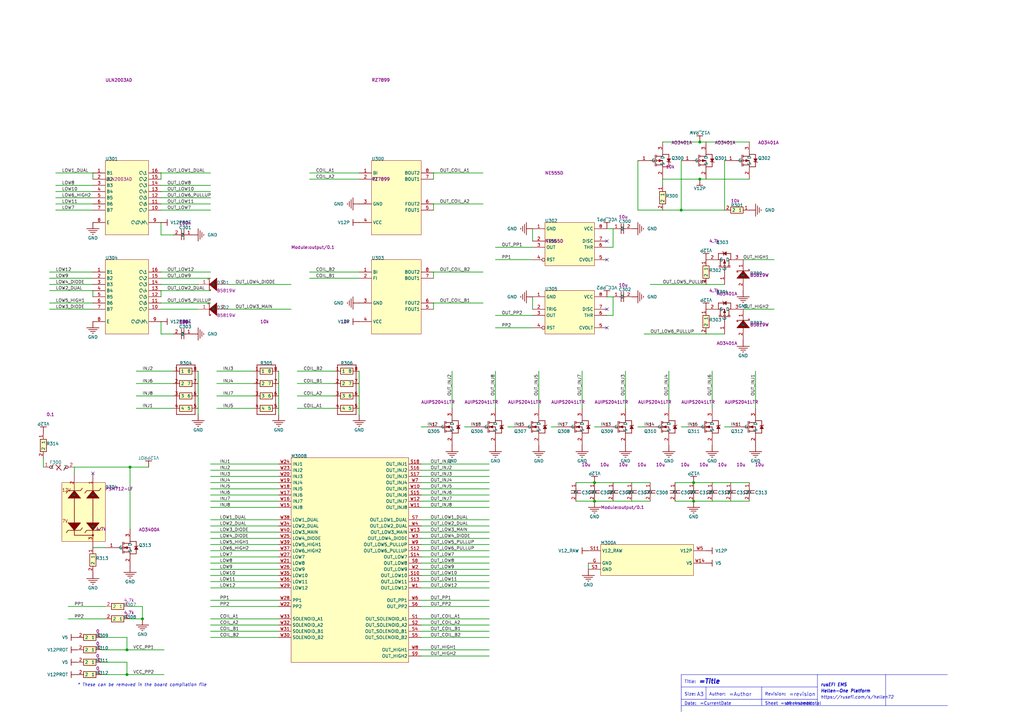
<source format=kicad_sch>
(kicad_sch (version 20210126) (generator eeschema)
  (paper "A3")
  (title_block (title "Hellen-One Output") (rev "0.1"))
  (junction (at 52.07 266.5222) (diameter 1.016))
  (junction (at 52.07 276.6822) (diameter 1.016))
  (junction (at 53.34 191.5922) (diameter 1.016))
  (junction (at 58.42 253.8222) (diameter 1.016))
  (junction (at 243.84 197.9422) (diameter 1.016))
  (junction (at 243.84 205.5622) (diameter 1.016))
  (junction (at 279.4 86.1822) (diameter 1.016))
  (junction (at 284.48 197.9422) (diameter 1.016))
  (junction (at 284.48 205.5622) (diameter 1.016))
  (junction (at 287.02 58.2422) (diameter 1.016))
  (junction (at 287.02 73.4822) (diameter 1.016))
  (no_connect (at 38.1 194.1322))
  (no_connect (at 248.92 98.8822))
  (no_connect (at 248.92 106.5022))
  (no_connect (at 248.92 126.8222))
  (no_connect (at 248.92 134.4422))
  (wire (pts (xy 17.78 187.7822) (xy 17.78 191.5922)) (stroke (width 0.254)))
  (wire (pts (xy 20.32 119.2022) (xy 38.1 119.2022)) (stroke (width 0.254)))
  (wire (pts (xy 22.86 70.9422) (xy 38.1 70.9422)) (stroke (width 0.254)))
  (wire (pts (xy 30.48 191.5922) (xy 53.34 191.5922)) (stroke (width 0.254)))
  (wire (pts (xy 30.48 194.1322) (xy 30.48 191.5922)) (stroke (width 0.254)))
  (wire (pts (xy 38.1 70.9422) (xy 38.1 73.4822)) (stroke (width 0.254)))
  (wire (pts (xy 38.1 76.0222) (xy 22.86 76.0222)) (stroke (width 0.254)))
  (wire (pts (xy 38.1 78.5622) (xy 22.86 78.5622)) (stroke (width 0.254)))
  (wire (pts (xy 38.1 81.1022) (xy 22.86 81.1022)) (stroke (width 0.254)))
  (wire (pts (xy 38.1 83.6422) (xy 22.86 83.6422)) (stroke (width 0.254)))
  (wire (pts (xy 38.1 86.1822) (xy 22.86 86.1822)) (stroke (width 0.254)))
  (wire (pts (xy 38.1 111.5822) (xy 20.32 111.5822)) (stroke (width 0.254)))
  (wire (pts (xy 38.1 114.1222) (xy 20.32 114.1222)) (stroke (width 0.254)))
  (wire (pts (xy 38.1 116.6622) (xy 20.32 116.6622)) (stroke (width 0.254)))
  (wire (pts (xy 38.1 119.2022) (xy 38.1 121.7422)) (stroke (width 0.254)))
  (wire (pts (xy 38.1 124.2822) (xy 20.32 124.2822)) (stroke (width 0.254)))
  (wire (pts (xy 38.1 126.8222) (xy 20.32 126.8222)) (stroke (width 0.254)))
  (wire (pts (xy 38.1 224.6122) (xy 43.18 224.6122)) (stroke (width 0.254)))
  (wire (pts (xy 41.91 261.4422) (xy 52.07 261.4422)) (stroke (width 0.254)))
  (wire (pts (xy 41.91 266.5222) (xy 52.07 266.5222)) (stroke (width 0.254)))
  (wire (pts (xy 41.91 271.6022) (xy 52.07 271.6022)) (stroke (width 0.254)))
  (wire (pts (xy 41.91 276.6822) (xy 52.07 276.6822)) (stroke (width 0.254)))
  (wire (pts (xy 43.18 248.7422) (xy 27.94 248.7422)) (stroke (width 0.254)))
  (wire (pts (xy 43.18 253.8222) (xy 27.94 253.8222)) (stroke (width 0.254)))
  (wire (pts (xy 52.07 261.4422) (xy 52.07 266.5222)) (stroke (width 0.254)))
  (wire (pts (xy 52.07 266.5222) (xy 67.31 266.5222)) (stroke (width 0.254)))
  (wire (pts (xy 52.07 271.6022) (xy 52.07 276.6822)) (stroke (width 0.254)))
  (wire (pts (xy 52.07 276.6822) (xy 67.31 276.6822)) (stroke (width 0.254)))
  (wire (pts (xy 53.34 191.5922) (xy 60.96 191.5922)) (stroke (width 0.254)))
  (wire (pts (xy 53.34 216.9922) (xy 53.34 191.5922)) (stroke (width 0.254)))
  (wire (pts (xy 53.34 248.7422) (xy 58.42 248.7422)) (stroke (width 0.254)))
  (wire (pts (xy 58.42 248.7422) (xy 58.42 253.8222)) (stroke (width 0.254)))
  (wire (pts (xy 58.42 253.8222) (xy 53.34 253.8222)) (stroke (width 0.254)))
  (wire (pts (xy 66.04 70.9422) (xy 86.36 70.9422)) (stroke (width 0.254)))
  (wire (pts (xy 66.04 73.4822) (xy 66.04 70.9422)) (stroke (width 0.254)))
  (wire (pts (xy 66.04 76.0222) (xy 86.36 76.0222)) (stroke (width 0.254)))
  (wire (pts (xy 66.04 78.5622) (xy 86.36 78.5622)) (stroke (width 0.254)))
  (wire (pts (xy 66.04 81.1022) (xy 86.36 81.1022)) (stroke (width 0.254)))
  (wire (pts (xy 66.04 91.2622) (xy 66.04 96.3422)) (stroke (width 0.254)))
  (wire (pts (xy 66.04 96.3422) (xy 71.12 96.3422)) (stroke (width 0.254)))
  (wire (pts (xy 66.04 111.5822) (xy 86.36 111.5822)) (stroke (width 0.254)))
  (wire (pts (xy 66.04 114.1222) (xy 86.36 114.1222)) (stroke (width 0.254)))
  (wire (pts (xy 66.04 116.6622) (xy 81.28 116.6622)) (stroke (width 0.254)))
  (wire (pts (xy 66.04 119.2022) (xy 86.36 119.2022)) (stroke (width 0.254)))
  (wire (pts (xy 66.04 121.7422) (xy 66.04 119.2022)) (stroke (width 0.254)))
  (wire (pts (xy 66.04 124.2822) (xy 86.36 124.2822)) (stroke (width 0.254)))
  (wire (pts (xy 66.04 126.8222) (xy 81.28 126.8222)) (stroke (width 0.254)))
  (wire (pts (xy 66.04 131.9022) (xy 66.04 136.9822)) (stroke (width 0.254)))
  (wire (pts (xy 66.04 136.9822) (xy 71.12 136.9822)) (stroke (width 0.254)))
  (wire (pts (xy 71.12 152.2222) (xy 55.88 152.2222)) (stroke (width 0.254)))
  (wire (pts (xy 71.12 157.3022) (xy 55.88 157.3022)) (stroke (width 0.254)))
  (wire (pts (xy 71.12 162.3822) (xy 55.88 162.3822)) (stroke (width 0.254)))
  (wire (pts (xy 71.12 167.4622) (xy 55.88 167.4622)) (stroke (width 0.254)))
  (wire (pts (xy 81.28 152.2222) (xy 81.28 170.0022)) (stroke (width 0.254)))
  (wire (pts (xy 86.36 83.6422) (xy 66.04 83.6422)) (stroke (width 0.254)))
  (wire (pts (xy 86.36 86.1822) (xy 66.04 86.1822)) (stroke (width 0.254)))
  (wire (pts (xy 93.98 116.6622) (xy 119.38 116.6622)) (stroke (width 0.254)))
  (wire (pts (xy 93.98 126.8222) (xy 119.38 126.8222)) (stroke (width 0.254)))
  (wire (pts (xy 104.14 152.2222) (xy 88.9 152.2222)) (stroke (width 0.254)))
  (wire (pts (xy 104.14 157.3022) (xy 88.9 157.3022)) (stroke (width 0.254)))
  (wire (pts (xy 104.14 162.3822) (xy 88.9 162.3822)) (stroke (width 0.254)))
  (wire (pts (xy 104.14 167.4622) (xy 88.9 167.4622)) (stroke (width 0.254)))
  (wire (pts (xy 114.3 152.2222) (xy 114.3 170.0022)) (stroke (width 0.254)))
  (wire (pts (xy 114.3 190.3222) (xy 86.36 190.3222)) (stroke (width 0.254)))
  (wire (pts (xy 114.3 192.8622) (xy 86.36 192.8622)) (stroke (width 0.254)))
  (wire (pts (xy 114.3 195.4022) (xy 86.36 195.4022)) (stroke (width 0.254)))
  (wire (pts (xy 114.3 197.9422) (xy 86.36 197.9422)) (stroke (width 0.254)))
  (wire (pts (xy 114.3 200.4822) (xy 86.36 200.4822)) (stroke (width 0.254)))
  (wire (pts (xy 114.3 203.0222) (xy 86.36 203.0222)) (stroke (width 0.254)))
  (wire (pts (xy 114.3 205.5622) (xy 86.36 205.5622)) (stroke (width 0.254)))
  (wire (pts (xy 114.3 208.1022) (xy 86.36 208.1022)) (stroke (width 0.254)))
  (wire (pts (xy 114.3 213.1822) (xy 86.36 213.1822)) (stroke (width 0.254)))
  (wire (pts (xy 114.3 215.7222) (xy 86.36 215.7222)) (stroke (width 0.254)))
  (wire (pts (xy 114.3 218.2622) (xy 86.36 218.2622)) (stroke (width 0.254)))
  (wire (pts (xy 114.3 220.8022) (xy 86.36 220.8022)) (stroke (width 0.254)))
  (wire (pts (xy 114.3 223.3422) (xy 86.36 223.3422)) (stroke (width 0.254)))
  (wire (pts (xy 114.3 225.8822) (xy 86.36 225.8822)) (stroke (width 0.254)))
  (wire (pts (xy 114.3 228.4222) (xy 86.36 228.4222)) (stroke (width 0.254)))
  (wire (pts (xy 114.3 230.9622) (xy 86.36 230.9622)) (stroke (width 0.254)))
  (wire (pts (xy 114.3 233.5022) (xy 86.36 233.5022)) (stroke (width 0.254)))
  (wire (pts (xy 114.3 236.0422) (xy 86.36 236.0422)) (stroke (width 0.254)))
  (wire (pts (xy 114.3 238.5822) (xy 86.36 238.5822)) (stroke (width 0.254)))
  (wire (pts (xy 114.3 241.1222) (xy 86.36 241.1222)) (stroke (width 0.254)))
  (wire (pts (xy 114.3 246.2022) (xy 86.36 246.2022)) (stroke (width 0.254)))
  (wire (pts (xy 114.3 248.7422) (xy 86.36 248.7422)) (stroke (width 0.254)))
  (wire (pts (xy 114.3 253.8222) (xy 86.36 253.8222)) (stroke (width 0.254)))
  (wire (pts (xy 114.3 256.3622) (xy 86.36 256.3622)) (stroke (width 0.254)))
  (wire (pts (xy 114.3 258.9022) (xy 86.36 258.9022)) (stroke (width 0.254)))
  (wire (pts (xy 114.3 261.4422) (xy 86.36 261.4422)) (stroke (width 0.254)))
  (wire (pts (xy 127 70.9422) (xy 147.32 70.9422)) (stroke (width 0.254)))
  (wire (pts (xy 127 73.4822) (xy 147.32 73.4822)) (stroke (width 0.254)))
  (wire (pts (xy 127 111.5822) (xy 147.32 111.5822)) (stroke (width 0.254)))
  (wire (pts (xy 127 114.1222) (xy 147.32 114.1222)) (stroke (width 0.254)))
  (wire (pts (xy 137.16 152.2222) (xy 121.92 152.2222)) (stroke (width 0.254)))
  (wire (pts (xy 137.16 157.3022) (xy 121.92 157.3022)) (stroke (width 0.254)))
  (wire (pts (xy 137.16 162.3822) (xy 121.92 162.3822)) (stroke (width 0.254)))
  (wire (pts (xy 137.16 167.4622) (xy 121.92 167.4622)) (stroke (width 0.254)))
  (wire (pts (xy 147.32 152.2222) (xy 147.32 170.0022)) (stroke (width 0.254)))
  (wire (pts (xy 175.26 175.0822) (xy 172.72 175.0822)) (stroke (width 0.254)))
  (wire (pts (xy 177.8 70.9422) (xy 198.12 70.9422)) (stroke (width 0.254)))
  (wire (pts (xy 177.8 73.4822) (xy 177.8 70.9422)) (stroke (width 0.254)))
  (wire (pts (xy 177.8 83.6422) (xy 198.12 83.6422)) (stroke (width 0.254)))
  (wire (pts (xy 177.8 86.1822) (xy 177.8 83.6422)) (stroke (width 0.254)))
  (wire (pts (xy 177.8 111.5822) (xy 198.12 111.5822)) (stroke (width 0.254)))
  (wire (pts (xy 177.8 114.1222) (xy 177.8 111.5822)) (stroke (width 0.254)))
  (wire (pts (xy 177.8 124.2822) (xy 198.12 124.2822)) (stroke (width 0.254)))
  (wire (pts (xy 177.8 126.8222) (xy 177.8 124.2822)) (stroke (width 0.254)))
  (wire (pts (xy 185.42 167.4622) (xy 185.42 152.2222)) (stroke (width 0.254)))
  (wire (pts (xy 193.04 175.0822) (xy 190.5 175.0822)) (stroke (width 0.254)))
  (wire (pts (xy 200.66 190.3222) (xy 172.72 190.3222)) (stroke (width 0.254)))
  (wire (pts (xy 200.66 192.8622) (xy 172.72 192.8622)) (stroke (width 0.254)))
  (wire (pts (xy 200.66 195.4022) (xy 172.72 195.4022)) (stroke (width 0.254)))
  (wire (pts (xy 200.66 197.9422) (xy 172.72 197.9422)) (stroke (width 0.254)))
  (wire (pts (xy 200.66 200.4822) (xy 172.72 200.4822)) (stroke (width 0.254)))
  (wire (pts (xy 200.66 203.0222) (xy 172.72 203.0222)) (stroke (width 0.254)))
  (wire (pts (xy 200.66 205.5622) (xy 172.72 205.5622)) (stroke (width 0.254)))
  (wire (pts (xy 200.66 208.1022) (xy 172.72 208.1022)) (stroke (width 0.254)))
  (wire (pts (xy 200.66 213.1822) (xy 172.72 213.1822)) (stroke (width 0.254)))
  (wire (pts (xy 200.66 215.7222) (xy 172.72 215.7222)) (stroke (width 0.254)))
  (wire (pts (xy 200.66 218.2622) (xy 172.72 218.2622)) (stroke (width 0.254)))
  (wire (pts (xy 200.66 220.8022) (xy 172.72 220.8022)) (stroke (width 0.254)))
  (wire (pts (xy 200.66 223.3422) (xy 172.72 223.3422)) (stroke (width 0.254)))
  (wire (pts (xy 200.66 225.8822) (xy 172.72 225.8822)) (stroke (width 0.254)))
  (wire (pts (xy 200.66 228.4222) (xy 172.72 228.4222)) (stroke (width 0.254)))
  (wire (pts (xy 200.66 230.9622) (xy 172.72 230.9622)) (stroke (width 0.254)))
  (wire (pts (xy 200.66 233.5022) (xy 172.72 233.5022)) (stroke (width 0.254)))
  (wire (pts (xy 200.66 236.0422) (xy 172.72 236.0422)) (stroke (width 0.254)))
  (wire (pts (xy 200.66 238.5822) (xy 172.72 238.5822)) (stroke (width 0.254)))
  (wire (pts (xy 200.66 241.1222) (xy 172.72 241.1222)) (stroke (width 0.254)))
  (wire (pts (xy 200.66 246.2022) (xy 172.72 246.2022)) (stroke (width 0.254)))
  (wire (pts (xy 200.66 248.7422) (xy 172.72 248.7422)) (stroke (width 0.254)))
  (wire (pts (xy 200.66 253.8222) (xy 172.72 253.8222)) (stroke (width 0.254)))
  (wire (pts (xy 200.66 256.3622) (xy 172.72 256.3622)) (stroke (width 0.254)))
  (wire (pts (xy 200.66 258.9022) (xy 172.72 258.9022)) (stroke (width 0.254)))
  (wire (pts (xy 200.66 261.4422) (xy 172.72 261.4422)) (stroke (width 0.254)))
  (wire (pts (xy 200.66 266.5222) (xy 172.72 266.5222)) (stroke (width 0.254)))
  (wire (pts (xy 200.66 269.0622) (xy 172.72 269.0622)) (stroke (width 0.254)))
  (wire (pts (xy 203.2 101.4222) (xy 218.44 101.4222)) (stroke (width 0.254)))
  (wire (pts (xy 203.2 106.5022) (xy 218.44 106.5022)) (stroke (width 0.254)))
  (wire (pts (xy 203.2 129.3622) (xy 218.44 129.3622)) (stroke (width 0.254)))
  (wire (pts (xy 203.2 134.4422) (xy 218.44 134.4422)) (stroke (width 0.254)))
  (wire (pts (xy 203.2 167.4622) (xy 203.2 152.2222)) (stroke (width 0.254)))
  (wire (pts (xy 210.82 175.0822) (xy 208.28 175.0822)) (stroke (width 0.254)))
  (wire (pts (xy 218.44 98.8822) (xy 218.44 93.8022)) (stroke (width 0.254)))
  (wire (pts (xy 218.44 126.8222) (xy 218.44 121.7422)) (stroke (width 0.254)))
  (wire (pts (xy 220.98 167.4622) (xy 220.98 152.2222)) (stroke (width 0.254)))
  (wire (pts (xy 228.6 175.0822) (xy 226.06 175.0822)) (stroke (width 0.254)))
  (wire (pts (xy 236.22 197.9422) (xy 243.84 197.9422)) (stroke (width 0.254)))
  (wire (pts (xy 236.22 205.5622) (xy 243.84 205.5622)) (stroke (width 0.254)))
  (wire (pts (xy 238.76 167.4622) (xy 238.76 152.2222)) (stroke (width 0.254)))
  (wire (pts (xy 241.3 230.9622) (xy 241.3 233.5022)) (stroke (width 0.254)))
  (wire (pts (xy 243.84 197.9422) (xy 266.7 197.9422)) (stroke (width 0.254)))
  (wire (pts (xy 243.84 205.5622) (xy 266.7 205.5622)) (stroke (width 0.254)))
  (wire (pts (xy 246.38 175.0822) (xy 243.84 175.0822)) (stroke (width 0.254)))
  (wire (pts (xy 248.92 101.4222) (xy 251.46 101.4222)) (stroke (width 0.254)))
  (wire (pts (xy 248.92 129.3622) (xy 251.46 129.3622)) (stroke (width 0.254)))
  (wire (pts (xy 251.46 93.8022) (xy 248.92 93.8022)) (stroke (width 0.254)))
  (wire (pts (xy 251.46 101.4222) (xy 251.46 93.8022)) (stroke (width 0.254)))
  (wire (pts (xy 251.46 121.7422) (xy 248.92 121.7422)) (stroke (width 0.254)))
  (wire (pts (xy 251.46 129.3622) (xy 251.46 121.7422)) (stroke (width 0.254)))
  (wire (pts (xy 256.54 167.4622) (xy 256.54 152.2222)) (stroke (width 0.254)))
  (wire (pts (xy 261.62 86.1822) (xy 261.62 65.8622)) (stroke (width 0.254)))
  (wire (pts (xy 261.62 86.1822) (xy 279.4 86.1822)) (stroke (width 0.254)))
  (wire (pts (xy 264.16 136.9822) (xy 297.18 136.9822)) (stroke (width 0.254)))
  (wire (pts (xy 264.16 175.0822) (xy 261.62 175.0822)) (stroke (width 0.254)))
  (wire (pts (xy 266.7 116.6622) (xy 297.18 116.6622)) (stroke (width 0.254)))
  (wire (pts (xy 271.78 73.4822) (xy 271.78 76.0222)) (stroke (width 0.254)))
  (wire (pts (xy 274.32 167.4622) (xy 274.32 152.2222)) (stroke (width 0.254)))
  (wire (pts (xy 276.86 197.9422) (xy 284.48 197.9422)) (stroke (width 0.254)))
  (wire (pts (xy 276.86 205.5622) (xy 284.48 205.5622)) (stroke (width 0.254)))
  (wire (pts (xy 279.4 65.8622) (xy 279.4 86.1822)) (stroke (width 0.254)))
  (wire (pts (xy 281.94 175.0822) (xy 279.4 175.0822)) (stroke (width 0.254)))
  (wire (pts (xy 284.48 197.9422) (xy 307.34 197.9422)) (stroke (width 0.254)))
  (wire (pts (xy 284.48 205.5622) (xy 307.34 205.5622)) (stroke (width 0.254)))
  (wire (pts (xy 287.02 58.2422) (xy 271.78 58.2422)) (stroke (width 0.254)))
  (wire (pts (xy 287.02 58.2422) (xy 307.34 58.2422)) (stroke (width 0.254)))
  (wire (pts (xy 287.02 73.4822) (xy 271.78 73.4822)) (stroke (width 0.254)))
  (wire (pts (xy 287.02 73.4822) (xy 307.34 73.4822)) (stroke (width 0.254)))
  (wire (pts (xy 292.1 167.4622) (xy 292.1 152.2222)) (stroke (width 0.254)))
  (wire (pts (xy 297.18 86.1822) (xy 279.4 86.1822)) (stroke (width 0.254)))
  (wire (pts (xy 297.18 86.1822) (xy 297.18 65.8622)) (stroke (width 0.254)))
  (wire (pts (xy 299.72 175.0822) (xy 297.18 175.0822)) (stroke (width 0.254)))
  (wire (pts (xy 304.8 106.5022) (xy 317.5 106.5022)) (stroke (width 0.254)))
  (wire (pts (xy 304.8 126.8222) (xy 317.5 126.8222)) (stroke (width 0.254)))
  (wire (pts (xy 309.88 167.4622) (xy 309.88 152.2222)) (stroke (width 0.254)))
  (polyline (pts (xy 279.4 276.6822) (xy 279.4 291.9222)) (stroke (width 0) (type solid)))
  (polyline (pts (xy 279.4 281.7622) (xy 335.28 281.7622)) (stroke (width 0) (type solid)))
  (polyline (pts (xy 279.4 286.8422) (xy 335.28 286.8422)) (stroke (width 0) (type solid)))
  (polyline (pts (xy 289.56 281.7622) (xy 289.56 286.8422)) (stroke (width 0) (type solid)))
  (polyline (pts (xy 312.42 281.7622) (xy 312.42 289.3822)) (stroke (width 0) (type solid)))
  (polyline (pts (xy 335.28 276.6822) (xy 335.28 289.3822)) (stroke (width 0) (type solid)))
  (polyline (pts (xy 363.22 276.6822) (xy 279.4 276.6822)) (stroke (width 0) (type solid)))
  (polyline (pts (xy 363.22 276.6822) (xy 363.22 289.3822)) (stroke (width 0) (type solid)))
  (polyline (pts (xy 363.22 289.3822) (xy 279.4 289.3822)) (stroke (width 0) (type solid)))
  (polyline (pts (xy 363.22 289.3822) (xy 388.62 289.3822)) (stroke (width 0) (type solid)))
  (polyline (pts (xy 388.62 276.6822) (xy 363.22 276.6822)) (stroke (width 0) (type solid)))
  (text "* These can be removed in the board compilation file" (at 31.75 281.7622 0) (effects (font (size 1.27 1.27) italic) (justify left bottom)))
  (text "Title:" (at 280.67 280.4922 180) (effects (font (size 1.27 1.27)) (justify left bottom)))
  (text "Size:" (at 280.67 285.5722 180) (effects (font (size 1.27 1.27)) (justify left bottom)))
  (text "Date:" (at 280.67 289.3822 180) (effects (font (size 1.27 1.27)) (justify left bottom)))
  (text "A3" (at 285.75 285.8262 180) (effects (font (size 1.524 1.524)) (justify left bottom)))
  (text "=Title" (at 286.512 280.7462 180) (effects (font (size 1.905 1.905) bold italic) (justify left bottom)))
  (text "=CurrentDate" (at 287.02 289.3822 180) (effects (font (size 1.27 1.27)) (justify left bottom)))
  (text "Author:" (at 290.83 285.5722 180) (effects (font (size 1.27 1.27)) (justify left bottom)))
  (text "=Author" (at 298.958 285.8262 180) (effects (font (size 1.524 1.524)) (justify left bottom)))
  (text "Revision:" (at 313.69 285.5722 180) (effects (font (size 1.27 1.27)) (justify left bottom)))
  (text "Sheet" (at 313.69 289.3822 180) (effects (font (size 1.27 1.27)) (justify left bottom)))
  (text "=sheetnumber" (at 320.04 289.3822 180) (effects (font (size 1.27 1.27)) (justify left bottom)))
  (text "of" (at 322.326 289.3822 180) (effects (font (size 1.27 1.27)) (justify left bottom)))
  (text "=revision" (at 323.596 285.8262 180) (effects (font (size 1.524 1.524)) (justify left bottom)))
  (text "=sheettotal" (at 325.628 289.3822 180) (effects (font (size 1.27 1.27)) (justify left bottom)))
  (text "rusEFI EMS" (at 336.55 281.7622 180) (effects (font (size 1.27 1.27) bold italic) (justify left bottom)))
  (text "Hellen-One Platform" (at 336.55 284.3022 180) (effects (font (size 1.27 1.27) bold italic) (justify left bottom)))
  (text "https://rusefi.com/s/hellen72" (at 336.55 286.8422 180) (effects (font (size 1.27 1.27) italic) (justify left bottom)))
  (label "LOW12" (at 22.86 111.5822 0))
  (label "LOW9" (at 22.86 114.1222 0))
  (label "LOW4_DIODE" (at 22.86 116.6622 0))
  (label "LOW2_DUAL" (at 22.86 119.2022 0))
  (label "LOW5_HIGH1" (at 22.86 124.2822 0))
  (label "LOW3_DIODE" (at 22.86 126.8222 0))
  (label "LOW1_DUAL" (at 25.4 70.9422 0))
  (label "LOW8" (at 25.4 76.0222 0))
  (label "LOW10" (at 25.4 78.5622 0))
  (label "LOW6_HIGH2" (at 25.4 81.1022 0))
  (label "LOW11" (at 25.4 83.6422 0))
  (label "LOW7" (at 25.4 86.1822 0))
  (label "PP1" (at 30.48 248.7422 0))
  (label "PP2" (at 30.48 253.8222 0))
  (label "VCC_PP1" (at 54.61 266.5222 0))
  (label "VCC_PP2" (at 54.61 276.6822 0))
  (label "INJ2" (at 58.42 152.2222 0))
  (label "INJ6" (at 58.42 157.3022 0))
  (label "INJ8" (at 58.42 162.3822 0))
  (label "INJ1" (at 58.42 167.4622 0))
  (label "OUT_LOW1_DUAL" (at 68.58 70.9422 0))
  (label "OUT_LOW8" (at 68.58 76.0222 0))
  (label "OUT_LOW10" (at 68.58 78.5622 0))
  (label "OUT_LOW6_PULLUP" (at 68.58 81.1022 0))
  (label "OUT_LOW11" (at 68.58 83.6422 0))
  (label "OUT_LOW7" (at 68.58 86.1822 0))
  (label "OUT_LOW12" (at 68.58 111.5822 0))
  (label "OUT_LOW9" (at 68.58 114.1222 0))
  (label "OUT_LOW2_DUAL" (at 68.58 119.2022 0))
  (label "OUT_LOW5_PULLUP" (at 68.58 124.2822 0))
  (label "INJ1" (at 90.17 190.3222 0))
  (label "INJ2" (at 90.17 192.8622 0))
  (label "INJ3" (at 90.17 195.4022 0))
  (label "INJ4" (at 90.17 197.9422 0))
  (label "INJ5" (at 90.17 200.4822 0))
  (label "INJ6" (at 90.17 203.0222 0))
  (label "INJ7" (at 90.17 205.5622 0))
  (label "INJ8" (at 90.17 208.1022 0))
  (label "LOW1_DUAL" (at 90.17 213.1822 0))
  (label "LOW2_DUAL" (at 90.17 215.7222 0))
  (label "LOW3_DIODE" (at 90.17 218.2622 0))
  (label "LOW4_DIODE" (at 90.17 220.8022 0))
  (label "LOW5_HIGH1" (at 90.17 223.3422 0))
  (label "LOW6_HIGH2" (at 90.17 225.8822 0))
  (label "LOW7" (at 90.17 228.4222 0))
  (label "LOW8" (at 90.17 230.9622 0))
  (label "LOW9" (at 90.17 233.5022 0))
  (label "LOW10" (at 90.17 236.0422 0))
  (label "LOW11" (at 90.17 238.5822 0))
  (label "LOW12" (at 90.17 241.1222 0))
  (label "PP1" (at 90.17 246.2022 0))
  (label "PP2" (at 90.17 248.7422 0))
  (label "COIL_A1" (at 90.17 253.8222 0))
  (label "COIL_A2" (at 90.17 256.3622 0))
  (label "COIL_B1" (at 90.17 258.9022 0))
  (label "COIL_B2" (at 90.17 261.4422 0))
  (label "INJ3" (at 91.44 152.2222 0))
  (label "INJ4" (at 91.44 157.3022 0))
  (label "INJ7" (at 91.44 162.3822 0))
  (label "INJ5" (at 91.44 167.4622 0))
  (label "OUT_LOW4_DIODE" (at 96.52 116.6622 0))
  (label "OUT_LOW3_MAIN" (at 96.52 126.8222 0))
  (label "COIL_B2" (at 124.46 152.2222 0))
  (label "COIL_B1" (at 124.46 157.3022 0))
  (label "COIL_A2" (at 124.46 162.3822 0))
  (label "COIL_A1" (at 124.46 167.4622 0))
  (label "COIL_A1" (at 129.54 70.9422 0))
  (label "COIL_A2" (at 129.54 73.4822 0))
  (label "COIL_B2" (at 129.54 111.5822 0))
  (label "COIL_B1" (at 129.54 114.1222 0))
  (label "INJ2" (at 175.26 175.0822 0))
  (label "OUT_INJ1" (at 176.53 190.3222 0))
  (label "OUT_INJ2" (at 176.53 192.8622 0))
  (label "OUT_INJ3" (at 176.53 195.4022 0))
  (label "OUT_INJ4" (at 176.53 197.9422 0))
  (label "OUT_INJ5" (at 176.53 200.4822 0))
  (label "OUT_INJ6" (at 176.53 203.0222 0))
  (label "OUT_INJ7" (at 176.53 205.5622 0))
  (label "OUT_INJ8" (at 176.53 208.1022 0))
  (label "OUT_LOW1_DUAL" (at 176.53 213.1822 0))
  (label "OUT_LOW2_DUAL" (at 176.53 215.7222 0))
  (label "OUT_LOW3_MAIN" (at 176.53 218.2622 0))
  (label "OUT_LOW4_DIODE" (at 176.53 220.8022 0))
  (label "OUT_LOW5_PULLUP" (at 176.53 223.3422 0))
  (label "OUT_LOW6_PULLUP" (at 176.53 225.8822 0))
  (label "OUT_LOW7" (at 176.53 228.4222 0))
  (label "OUT_LOW8" (at 176.53 230.9622 0))
  (label "OUT_LOW9" (at 176.53 233.5022 0))
  (label "OUT_LOW10" (at 176.53 236.0422 0))
  (label "OUT_LOW11" (at 176.53 238.5822 0))
  (label "OUT_LOW12" (at 176.53 241.1222 0))
  (label "OUT_PP1" (at 176.53 246.2022 0))
  (label "OUT_PP2" (at 176.53 248.7422 0))
  (label "OUT_COIL_A1" (at 176.53 253.8222 0))
  (label "OUT_COIL_A2" (at 176.53 256.3622 0))
  (label "OUT_COIL_B1" (at 176.53 258.9022 0))
  (label "OUT_COIL_B2" (at 176.53 261.4422 0))
  (label "OUT_HIGH1" (at 176.53 266.5222 0))
  (label "OUT_HIGH2" (at 176.53 269.0622 0))
  (label "OUT_COIL_A1" (at 180.34 70.9422 0))
  (label "OUT_COIL_A2" (at 180.34 83.6422 0))
  (label "OUT_COIL_B2" (at 180.34 111.5822 0))
  (label "OUT_COIL_B1" (at 180.34 124.2822 0))
  (label "OUT_INJ2" (at 185.42 162.3822 90))
  (label "INJ8" (at 193.04 175.0822 0))
  (label "OUT_INJ8" (at 203.2 162.3822 90))
  (label "OUT_PP1" (at 205.74 101.4222 0))
  (label "PP1" (at 205.74 106.5022 0))
  (label "OUT_PP2" (at 205.74 129.3622 0))
  (label "PP2" (at 205.74 134.4422 0))
  (label "INJ5" (at 210.82 175.0822 0))
  (label "OUT_INJ5" (at 220.98 162.3822 90))
  (label "INJ7" (at 228.6 175.0822 0))
  (label "OUT_INJ7" (at 238.76 162.3822 90))
  (label "INJ3" (at 246.38 175.0822 0))
  (label "OUT_INJ3" (at 256.54 162.3822 90))
  (label "INJ4" (at 264.16 175.0822 0))
  (label "OUT_LOW6_PULLUP" (at 266.7 136.9822 0))
  (label "OUT_LOW5_PULLUP" (at 271.78 116.6622 0))
  (label "OUT_INJ4" (at 274.32 162.3822 90))
  (label "INJ6" (at 281.94 175.0822 0))
  (label "OUT_INJ6" (at 292.1 162.3822 90))
  (label "INJ1" (at 299.72 175.0822 0))
  (label "OUT_HIGH1" (at 304.8 106.5022 0))
  (label "OUT_HIGH2" (at 304.8 126.8222 0))
  (label "OUT_INJ1" (at 309.88 162.3822 90))
  (symbol (lib_id "hellen1-output-altium-import:V12P") (at 17.78 177.6222 180) (unit 1)
    (property "Reference" "#PWR?" (effects hide))
    (property "Value" "V12P" (at 17.78 173.8122 -180))
  )
  (symbol (lib_id "hellen1-output-altium-import:V5") (at 31.75 261.4422 270) (unit 1)
    (property "Reference" "#PWR?" (effects hide))
    (property "Value" "V5" (at 27.94 261.4422 -270) (effects (justify right)))
  )
  (symbol (lib_id "hellen1-output-altium-import:V12PROT") (at 31.75 266.5222 270) (unit 1)
    (property "Reference" "#PWR?" (effects hide))
    (property "Value" "V12PROT" (at 27.94 266.5222 -270) (effects (justify right)))
  )
  (symbol (lib_id "hellen1-output-altium-import:V5") (at 31.75 271.6022 270) (unit 1)
    (property "Reference" "#PWR?" (effects hide))
    (property "Value" "V5" (at 27.94 271.6022 -270) (effects (justify right)))
  )
  (symbol (lib_id "hellen1-output-altium-import:V12PROT") (at 31.75 276.6822 270) (unit 1)
    (property "Reference" "#PWR?" (effects hide))
    (property "Value" "V12PROT" (at 27.94 276.6822 -270) (effects (justify right)))
  )
  (symbol (lib_id "hellen1-output-altium-import:V12PROT") (at 60.96 191.5922 180) (unit 1)
    (property "Reference" "#PWR?" (effects hide))
    (property "Value" "V12PROT" (at 60.96 187.7822 -180))
  )
  (symbol (lib_id "hellen1-output-altium-import:V12PROT") (at 66.04 91.2622 90) (unit 1)
    (property "Reference" "#PWR?" (effects hide))
    (property "Value" "V12PROT" (at 69.85 91.2622 -90) (effects (justify left)))
  )
  (symbol (lib_id "hellen1-output-altium-import:V12PROT") (at 66.04 131.9022 90) (unit 1)
    (property "Reference" "#PWR?" (effects hide))
    (property "Value" "V12PROT" (at 69.85 131.9022 -90) (effects (justify left)))
  )
  (symbol (lib_id "hellen1-output-altium-import:V12P") (at 147.32 91.2622 270) (unit 1)
    (property "Reference" "#PWR?" (effects hide))
    (property "Value" "V12P" (at 143.51 91.2622 -270) (effects (justify right)))
  )
  (symbol (lib_id "hellen1-output-altium-import:V12P") (at 147.32 131.9022 270) (unit 1)
    (property "Reference" "#PWR?" (effects hide))
    (property "Value" "V12P" (at 143.51 131.9022 -270) (effects (justify right)))
  )
  (symbol (lib_id "hellen1-output-altium-import:V12_RAW") (at 241.3 225.8822 270) (unit 1)
    (property "Reference" "#PWR?" (effects hide))
    (property "Value" "V12_RAW" (at 237.49 225.8822 -270) (effects (justify right)))
  )
  (symbol (lib_id "hellen1-output-altium-import:V12P") (at 243.84 197.9422 180) (unit 1)
    (property "Reference" "#PWR?" (effects hide))
    (property "Value" "V12P" (at 243.84 194.1322 -180))
  )
  (symbol (lib_id "hellen1-output-altium-import:VCC_PP1") (at 248.92 93.8022 180) (unit 1)
    (property "Reference" "#PWR?" (effects hide))
    (property "Value" "VCC_PP1" (at 248.92 89.9922 -180))
  )
  (symbol (lib_id "hellen1-output-altium-import:VCC_PP2") (at 248.92 121.7422 180) (unit 1)
    (property "Reference" "#PWR?" (effects hide))
    (property "Value" "VCC_PP2" (at 248.92 117.9322 -180))
  )
  (symbol (lib_id "hellen1-output-altium-import:V12P") (at 284.48 197.9422 180) (unit 1)
    (property "Reference" "#PWR?" (effects hide))
    (property "Value" "V12P" (at 284.48 194.1322 -180))
  )
  (symbol (lib_id "hellen1-output-altium-import:V12_RAW") (at 287.02 58.2422 180) (unit 1)
    (property "Reference" "#PWR?" (effects hide))
    (property "Value" "V12_RAW" (at 287.02 54.4322 -180))
  )
  (symbol (lib_id "hellen1-output-altium-import:V12P") (at 287.02 73.4822 0) (unit 1)
    (property "Reference" "#PWR?" (effects hide))
    (property "Value" "V12P" (at 287.02 77.2922 0))
  )
  (symbol (lib_id "hellen1-output-altium-import:V12P") (at 289.56 106.5022 180) (unit 1)
    (property "Reference" "#PWR?" (effects hide))
    (property "Value" "V12P" (at 289.56 102.6922 -180))
  )
  (symbol (lib_id "hellen1-output-altium-import:V12P") (at 289.56 126.8222 180) (unit 1)
    (property "Reference" "#PWR?" (effects hide))
    (property "Value" "V12P" (at 289.56 123.0122 -180))
  )
  (symbol (lib_id "hellen1-output-altium-import:V12P") (at 289.56 225.8822 90) (unit 1)
    (property "Reference" "#PWR?" (effects hide))
    (property "Value" "V12P" (at 293.37 225.8822 -90) (effects (justify left)))
  )
  (symbol (lib_id "hellen1-output-altium-import:V5") (at 289.56 230.9622 90) (unit 1)
    (property "Reference" "#PWR?" (effects hide))
    (property "Value" "V5" (at 293.37 230.9622 -90) (effects (justify left)))
  )
  (symbol (lib_id "hellen1-output-altium-import:GND") (at 38.1 91.2622 0) (unit 1)
    (property "Reference" "#PWR?" (effects hide))
    (property "Value" "GND" (at 38.1 97.6122 0))
  )
  (symbol (lib_id "hellen1-output-altium-import:GND") (at 38.1 131.9022 0) (unit 1)
    (property "Reference" "#PWR?" (effects hide))
    (property "Value" "GND" (at 38.1 138.2522 0))
  )
  (symbol (lib_id "hellen1-output-altium-import:GND") (at 38.1 234.7722 0) (unit 1)
    (property "Reference" "#PWR?" (effects hide))
    (property "Value" "GND" (at 38.1 241.1222 0))
  )
  (symbol (lib_id "hellen1-output-altium-import:GND") (at 53.34 232.2322 0) (unit 1)
    (property "Reference" "#PWR?" (effects hide))
    (property "Value" "GND" (at 53.34 238.5822 0))
  )
  (symbol (lib_id "hellen1-output-altium-import:GND") (at 58.42 253.8222 0) (unit 1)
    (property "Reference" "#PWR?" (effects hide))
    (property "Value" "GND" (at 58.42 260.1722 0))
  )
  (symbol (lib_id "hellen1-output-altium-import:GND") (at 78.74 96.3422 90) (unit 1)
    (property "Reference" "#PWR?" (effects hide))
    (property "Value" "GND" (at 85.09 96.3422 -90) (effects (justify left)))
  )
  (symbol (lib_id "hellen1-output-altium-import:GND") (at 78.74 136.9822 90) (unit 1)
    (property "Reference" "#PWR?" (effects hide))
    (property "Value" "GND" (at 85.09 136.9822 -90) (effects (justify left)))
  )
  (symbol (lib_id "hellen1-output-altium-import:GND") (at 81.28 170.0022 0) (unit 1)
    (property "Reference" "#PWR?" (effects hide))
    (property "Value" "GND" (at 81.28 176.3522 0))
  )
  (symbol (lib_id "hellen1-output-altium-import:GND") (at 114.3 170.0022 0) (unit 1)
    (property "Reference" "#PWR?" (effects hide))
    (property "Value" "GND" (at 114.3 176.3522 0))
  )
  (symbol (lib_id "hellen1-output-altium-import:GND") (at 147.32 83.6422 270) (unit 1)
    (property "Reference" "#PWR?" (effects hide))
    (property "Value" "GND" (at 140.97 83.6422 -270) (effects (justify right)))
  )
  (symbol (lib_id "hellen1-output-altium-import:GND") (at 147.32 124.2822 270) (unit 1)
    (property "Reference" "#PWR?" (effects hide))
    (property "Value" "GND" (at 140.97 124.2822 -270) (effects (justify right)))
  )
  (symbol (lib_id "hellen1-output-altium-import:GND") (at 147.32 170.0022 0) (unit 1)
    (property "Reference" "#PWR?" (effects hide))
    (property "Value" "GND" (at 147.32 176.3522 0))
  )
  (symbol (lib_id "hellen1-output-altium-import:GND") (at 185.42 182.7022 0) (unit 1)
    (property "Reference" "#PWR?" (effects hide))
    (property "Value" "GND" (at 185.42 189.0522 0))
  )
  (symbol (lib_id "hellen1-output-altium-import:GND") (at 203.2 182.7022 0) (unit 1)
    (property "Reference" "#PWR?" (effects hide))
    (property "Value" "GND" (at 203.2 189.0522 0))
  )
  (symbol (lib_id "hellen1-output-altium-import:GND") (at 218.44 93.8022 270) (unit 1)
    (property "Reference" "#PWR?" (effects hide))
    (property "Value" "GND" (at 212.09 93.8022 -270) (effects (justify right)))
  )
  (symbol (lib_id "hellen1-output-altium-import:GND") (at 218.44 121.7422 270) (unit 1)
    (property "Reference" "#PWR?" (effects hide))
    (property "Value" "GND" (at 212.09 121.7422 -270) (effects (justify right)))
  )
  (symbol (lib_id "hellen1-output-altium-import:GND") (at 220.98 182.7022 0) (unit 1)
    (property "Reference" "#PWR?" (effects hide))
    (property "Value" "GND" (at 220.98 189.0522 0))
  )
  (symbol (lib_id "hellen1-output-altium-import:GND") (at 238.76 182.7022 0) (unit 1)
    (property "Reference" "#PWR?" (effects hide))
    (property "Value" "GND" (at 238.76 189.0522 0))
  )
  (symbol (lib_id "hellen1-output-altium-import:GND") (at 241.3 233.5022 0) (unit 1)
    (property "Reference" "#PWR?" (effects hide))
    (property "Value" "GND" (at 241.3 239.8522 0))
  )
  (symbol (lib_id "hellen1-output-altium-import:GND") (at 243.84 205.5622 0) (unit 1)
    (property "Reference" "#PWR?" (effects hide))
    (property "Value" "GND" (at 243.84 211.9122 0))
  )
  (symbol (lib_id "hellen1-output-altium-import:GND") (at 256.54 182.7022 0) (unit 1)
    (property "Reference" "#PWR?" (effects hide))
    (property "Value" "GND" (at 256.54 189.0522 0))
  )
  (symbol (lib_id "hellen1-output-altium-import:GND") (at 259.08 93.8022 90) (unit 1)
    (property "Reference" "#PWR?" (effects hide))
    (property "Value" "GND" (at 265.43 93.8022 -90) (effects (justify left)))
  )
  (symbol (lib_id "hellen1-output-altium-import:GND") (at 259.08 121.7422 90) (unit 1)
    (property "Reference" "#PWR?" (effects hide))
    (property "Value" "GND" (at 265.43 121.7422 -90) (effects (justify left)))
  )
  (symbol (lib_id "hellen1-output-altium-import:GND") (at 274.32 182.7022 0) (unit 1)
    (property "Reference" "#PWR?" (effects hide))
    (property "Value" "GND" (at 274.32 189.0522 0))
  )
  (symbol (lib_id "hellen1-output-altium-import:GND") (at 284.48 205.5622 0) (unit 1)
    (property "Reference" "#PWR?" (effects hide))
    (property "Value" "GND" (at 284.48 211.9122 0))
  )
  (symbol (lib_id "hellen1-output-altium-import:GND") (at 292.1 182.7022 0) (unit 1)
    (property "Reference" "#PWR?" (effects hide))
    (property "Value" "GND" (at 292.1 189.0522 0))
  )
  (symbol (lib_id "hellen1-output-altium-import:GND") (at 304.8 119.2022 0) (unit 1)
    (property "Reference" "#PWR?" (effects hide))
    (property "Value" "GND" (at 304.8 125.5522 0))
  )
  (symbol (lib_id "hellen1-output-altium-import:GND") (at 304.8 139.5222 0) (unit 1)
    (property "Reference" "#PWR?" (effects hide))
    (property "Value" "GND" (at 304.8 145.8722 0))
  )
  (symbol (lib_id "hellen1-output-altium-import:GND") (at 307.34 86.1822 90) (unit 1)
    (property "Reference" "#PWR?" (effects hide))
    (property "Value" "GND" (at 313.69 86.1822 -90) (effects (justify left)))
  )
  (symbol (lib_id "hellen1-output-altium-import:GND") (at 309.88 182.7022 0) (unit 1)
    (property "Reference" "#PWR?" (effects hide))
    (property "Value" "GND" (at 309.88 189.0522 0))
  )
  (symbol (lib_id "hellen1-output-altium-import:0_mirrored_Res") (at 17.78 177.6222 0) (unit 1)
    (property "Reference" "R314" (at 19.05 182.7022 0) (effects (justify left bottom)))
    (property "Fitted" "True" (effects hide))
    (property "PackageReference" "R1206" (effects hide))
    (property "Supplier 3" "LCSC" (effects hide))
    (property "Supplier Part Number 3" "C25334" (effects hide))
    (property "Type" "SMD" (effects hide))
    (property "MPN" "*" (effects hide))
    (property "Comment" "0.1" (at 19.05 170.0022 0) (effects (justify left)))
  )
  (symbol (lib_id "hellen1-output-altium-import:0_mirrored_Res") (at 38.1 224.6122 0) (unit 1)
    (property "Reference" "R313" (at 39.37 229.6922 0) (effects (justify left bottom)))
    (property "Fitted" "True" (effects hide))
    (property "PackageReference" "R0603" (effects hide))
    (property "Supplier 3" "LCSC" (effects hide))
    (property "Supplier Part Number 3" "C23162" (effects hide))
    (property "Type" "SMD" (effects hide))
    (property "MPN" "*" (effects hide))
    (property "Comment" "4.7k" (at 39.37 216.9922 0) (effects (justify left)))
  )
  (symbol (lib_id "hellen1-output-altium-import:1_mirrored_Res") (at 41.91 261.4422 0) (unit 1)
    (property "Reference" "R309" (at 39.37 261.4422 0) (effects (justify left bottom)))
    (property "Fitted" "True" (effects hide))
    (property "PackageReference" "R0603" (effects hide))
    (property "Supplier 3" "LCSC" (effects hide))
    (property "Supplier Part Number 3" "C21189" (effects hide))
    (property "Type" "SMD" (effects hide))
    (property "MPN" "*" (effects hide))
    (property "Comment" "0" (at 39.37 258.9022 0) (effects (justify left)))
  )
  (symbol (lib_id "hellen1-output-altium-import:1_mirrored_Res") (at 41.91 266.5222 0) (unit 1)
    (property "Reference" "R310" (at 39.37 266.5222 0) (effects (justify left bottom)))
    (property "Fitted" "True" (effects hide))
    (property "PackageReference" "R0603" (effects hide))
    (property "Supplier 3" "LCSC" (effects hide))
    (property "Supplier Part Number 3" "C21189" (effects hide))
    (property "Type" "SMD" (effects hide))
    (property "MPN" "*" (effects hide))
    (property "Comment" "0" (at 39.37 263.9822 0) (effects (justify left)))
  )
  (symbol (lib_id "hellen1-output-altium-import:1_mirrored_Res") (at 41.91 271.6022 0) (unit 1)
    (property "Reference" "R311" (at 39.37 271.6022 0) (effects (justify left bottom)))
    (property "Fitted" "True" (effects hide))
    (property "PackageReference" "R0603" (effects hide))
    (property "Supplier 3" "LCSC" (effects hide))
    (property "Supplier Part Number 3" "C21189" (effects hide))
    (property "Type" "SMD" (effects hide))
    (property "MPN" "*" (effects hide))
    (property "Comment" "0" (at 39.37 269.0622 0) (effects (justify left)))
  )
  (symbol (lib_id "hellen1-output-altium-import:1_mirrored_Res") (at 41.91 276.6822 0) (unit 1)
    (property "Reference" "R312" (at 39.37 276.6822 0) (effects (justify left bottom)))
    (property "Fitted" "True" (effects hide))
    (property "PackageReference" "R0603" (effects hide))
    (property "Supplier 3" "LCSC" (effects hide))
    (property "Supplier Part Number 3" "C21189" (effects hide))
    (property "Type" "SMD" (effects hide))
    (property "MPN" "*" (effects hide))
    (property "Comment" "0" (at 39.37 274.1422 0) (effects (justify left)))
  )
  (symbol (lib_id "hellen1-output-altium-import:1_mirrored_Res") (at 53.34 248.7422 0) (unit 1)
    (property "Reference" "R307" (at 50.8 248.7422 0) (effects (justify left bottom)))
    (property "Fitted" "True" (effects hide))
    (property "PackageReference" "R0603" (effects hide))
    (property "Supplier 3" "LCSC" (effects hide))
    (property "Supplier Part Number 3" "C23162" (effects hide))
    (property "Type" "SMD" (effects hide))
    (property "MPN" "*" (effects hide))
    (property "Comment" "4.7k" (at 50.8 246.2022 0) (effects (justify left)))
  )
  (symbol (lib_id "hellen1-output-altium-import:1_mirrored_Res") (at 53.34 253.8222 0) (unit 1)
    (property "Reference" "R308" (at 50.8 253.8222 0) (effects (justify left bottom)))
    (property "Fitted" "True" (effects hide))
    (property "PackageReference" "R0603" (effects hide))
    (property "Supplier 3" "LCSC" (effects hide))
    (property "Supplier Part Number 3" "C23162" (effects hide))
    (property "Type" "SMD" (effects hide))
    (property "MPN" "*" (effects hide))
    (property "Comment" "4.7k" (at 50.8 251.2822 0) (effects (justify left)))
  )
  (symbol (lib_id "hellen1-output-altium-import:0_mirrored_Res") (at 271.78 76.0222 0) (unit 1)
    (property "Reference" "R300" (at 273.05 81.1022 0) (effects (justify left bottom)))
    (property "Fitted" "True" (effects hide))
    (property "PackageReference" "R0603" (effects hide))
    (property "Supplier 3" "LCSC" (effects hide))
    (property "Supplier Part Number 3" "C25804" (effects hide))
    (property "Type" "SMD" (effects hide))
    (property "MPN" "0603WAF4302T5E" (effects hide))
    (property "Comment" "10k" (at 273.05 68.4022 0) (effects (justify left)))
  )
  (symbol (lib_id "hellen1-output-altium-import:0_mirrored_Res") (at 289.56 106.5022 0) (unit 1)
    (property "Reference" "R302" (at 290.83 111.5822 0) (effects (justify left bottom)))
    (property "Fitted" "True" (effects hide))
    (property "PackageReference" "R0603" (effects hide))
    (property "Supplier 3" "LCSC" (effects hide))
    (property "Supplier Part Number 3" "C23162" (effects hide))
    (property "Type" "SMD" (effects hide))
    (property "MPN" "*" (effects hide))
    (property "Comment" "4.7k" (at 290.83 98.8822 0) (effects (justify left)))
  )
  (symbol (lib_id "hellen1-output-altium-import:0_mirrored_Res") (at 289.56 126.8222 0) (unit 1)
    (property "Reference" "R303" (at 290.83 131.9022 0) (effects (justify left bottom)))
    (property "Fitted" "True" (effects hide))
    (property "PackageReference" "R0603" (effects hide))
    (property "Supplier 3" "LCSC" (effects hide))
    (property "Supplier Part Number 3" "C23162" (effects hide))
    (property "Type" "SMD" (effects hide))
    (property "MPN" "*" (effects hide))
    (property "Comment" "4.7k" (at 290.83 119.2022 0) (effects (justify left)))
  )
  (symbol (lib_id "hellen1-output-altium-import:1_mirrored_Res") (at 307.34 86.1822 0) (unit 1)
    (property "Reference" "R301" (at 299.72 84.9122 0) (effects (justify left bottom)))
    (property "Fitted" "True" (effects hide))
    (property "PackageReference" "R0603" (effects hide))
    (property "Supplier 3" "LCSC" (effects hide))
    (property "Supplier Part Number 3" "C25804" (effects hide))
    (property "Type" "SMD" (effects hide))
    (property "MPN" "0603WAF4302T5E" (effects hide))
    (property "Comment" "10k" (at 299.72 82.3722 0) (effects (justify left)))
  )
  (symbol (lib_id "hellen1-output-altium-import:3_Cap") (at 78.74 96.3422 0) (unit 1)
    (property "Reference" "C301" (at 73.406 94.0562 0) (effects (justify left bottom)))
    (property "Fitted" "True" (effects hide))
    (property "Supplier Part Number 1" "*" (effects hide))
    (property "Supplier Part Number 2" "*" (effects hide))
    (property "Supplier Part Number 3" "C14663" (effects hide))
    (property "Supplier 1" "Mouser" (effects hide))
    (property "Supplier 2" "DigiKey" (effects hide))
    (property "Supplier 3" "LCSC" (effects hide))
    (property "Type" "SMD" (effects hide))
    (property "PackageReference" "C0603" (effects hide))
    (property "MPN" "CC0603KRX7R9BB104" (effects hide))
    (property "Comment" "100n" (at 73.406 91.5162 0) (effects (justify left)))
  )
  (symbol (lib_id "hellen1-output-altium-import:3_Cap") (at 78.74 136.9822 0) (unit 1)
    (property "Reference" "C303" (at 73.406 134.6962 0) (effects (justify left bottom)))
    (property "Fitted" "True" (effects hide))
    (property "Supplier Part Number 1" "*" (effects hide))
    (property "Supplier Part Number 2" "*" (effects hide))
    (property "Supplier Part Number 3" "C14663" (effects hide))
    (property "Supplier 1" "Mouser" (effects hide))
    (property "Supplier 2" "DigiKey" (effects hide))
    (property "Supplier 3" "LCSC" (effects hide))
    (property "Type" "SMD" (effects hide))
    (property "PackageReference" "C0603" (effects hide))
    (property "MPN" "CC0603KRX7R9BB104" (effects hide))
    (property "Comment" "100n" (at 73.406 132.1562 0) (effects (justify left)))
  )
  (symbol (lib_id "hellen1-output-altium-import:0_Cap") (at 236.22 197.9422 0) (unit 1)
    (property "Reference" "C304" (at 238.506 202.7682 0) (effects (justify left bottom)))
    (property "Fitted" "True" (effects hide))
    (property "Supplier Part Number 1" "*" (effects hide))
    (property "Supplier Part Number 2" "*" (effects hide))
    (property "Supplier Part Number 3" "C15850" (effects hide))
    (property "Supplier 1" "Mouser" (effects hide))
    (property "Supplier 2" "DigiKey" (effects hide))
    (property "Supplier 3" "LCSC" (effects hide))
    (property "Type" "SMD" (effects hide))
    (property "PackageReference" "C0805" (effects hide))
    (property "MPN" "*" (effects hide))
    (property "Comment" "10u" (at 238.506 190.5762 0) (effects (justify left)))
  )
  (symbol (lib_id "hellen1-output-altium-import:0_Cap") (at 243.84 197.9422 0) (unit 1)
    (property "Reference" "C305" (at 246.126 202.7682 0) (effects (justify left bottom)))
    (property "Fitted" "True" (effects hide))
    (property "Supplier Part Number 1" "*" (effects hide))
    (property "Supplier Part Number 2" "*" (effects hide))
    (property "Supplier Part Number 3" "C15850" (effects hide))
    (property "Supplier 1" "Mouser" (effects hide))
    (property "Supplier 2" "DigiKey" (effects hide))
    (property "Supplier 3" "LCSC" (effects hide))
    (property "Type" "SMD" (effects hide))
    (property "PackageReference" "C0805" (effects hide))
    (property "MPN" "*" (effects hide))
    (property "Comment" "10u" (at 246.126 190.5762 0) (effects (justify left)))
  )
  (symbol (lib_id "hellen1-output-altium-import:1_Cap") (at 251.46 93.8022 0) (unit 1)
    (property "Reference" "C300" (at 253.746 91.5162 0) (effects (justify left bottom)))
    (property "Fitted" "True" (effects hide))
    (property "Supplier Part Number 1" "*" (effects hide))
    (property "Supplier Part Number 2" "*" (effects hide))
    (property "Supplier Part Number 3" "C15850" (effects hide))
    (property "Supplier 1" "Mouser" (effects hide))
    (property "Supplier 2" "DigiKey" (effects hide))
    (property "Supplier 3" "LCSC" (effects hide))
    (property "Type" "SMD" (effects hide))
    (property "PackageReference" "C0805" (effects hide))
    (property "MPN" "*" (effects hide))
    (property "Comment" "10u" (at 253.746 88.9762 0) (effects (justify left)))
  )
  (symbol (lib_id "hellen1-output-altium-import:1_Cap") (at 251.46 121.7422 0) (unit 1)
    (property "Reference" "C302" (at 253.746 119.4562 0) (effects (justify left bottom)))
    (property "Fitted" "True" (effects hide))
    (property "Supplier Part Number 1" "*" (effects hide))
    (property "Supplier Part Number 2" "*" (effects hide))
    (property "Supplier Part Number 3" "C15850" (effects hide))
    (property "Supplier 1" "Mouser" (effects hide))
    (property "Supplier 2" "DigiKey" (effects hide))
    (property "Supplier 3" "LCSC" (effects hide))
    (property "Type" "SMD" (effects hide))
    (property "PackageReference" "C0805" (effects hide))
    (property "MPN" "*" (effects hide))
    (property "Comment" "10u" (at 253.746 116.9162 0) (effects (justify left)))
  )
  (symbol (lib_id "hellen1-output-altium-import:0_Cap") (at 251.46 197.9422 0) (unit 1)
    (property "Reference" "C306" (at 253.746 202.7682 0) (effects (justify left bottom)))
    (property "Fitted" "True" (effects hide))
    (property "Supplier Part Number 1" "*" (effects hide))
    (property "Supplier Part Number 2" "*" (effects hide))
    (property "Supplier Part Number 3" "C15850" (effects hide))
    (property "Supplier 1" "Mouser" (effects hide))
    (property "Supplier 2" "DigiKey" (effects hide))
    (property "Supplier 3" "LCSC" (effects hide))
    (property "Type" "SMD" (effects hide))
    (property "PackageReference" "C0805" (effects hide))
    (property "MPN" "*" (effects hide))
    (property "Comment" "10u" (at 253.746 190.5762 0) (effects (justify left)))
  )
  (symbol (lib_id "hellen1-output-altium-import:0_Cap") (at 259.08 197.9422 0) (unit 1)
    (property "Reference" "C307" (at 261.366 202.7682 0) (effects (justify left bottom)))
    (property "Fitted" "True" (effects hide))
    (property "Supplier Part Number 1" "*" (effects hide))
    (property "Supplier Part Number 2" "*" (effects hide))
    (property "Supplier Part Number 3" "C15850" (effects hide))
    (property "Supplier 1" "Mouser" (effects hide))
    (property "Supplier 2" "DigiKey" (effects hide))
    (property "Supplier 3" "LCSC" (effects hide))
    (property "Type" "SMD" (effects hide))
    (property "PackageReference" "C0805" (effects hide))
    (property "MPN" "*" (effects hide))
    (property "Comment" "10u" (at 261.366 190.5762 0) (effects (justify left)))
  )
  (symbol (lib_id "hellen1-output-altium-import:0_Cap") (at 266.7 197.9422 0) (unit 1)
    (property "Reference" "C308" (at 268.986 202.7682 0) (effects (justify left bottom)))
    (property "Fitted" "True" (effects hide))
    (property "Supplier Part Number 1" "*" (effects hide))
    (property "Supplier Part Number 2" "*" (effects hide))
    (property "Supplier Part Number 3" "C15850" (effects hide))
    (property "Supplier 1" "Mouser" (effects hide))
    (property "Supplier 2" "DigiKey" (effects hide))
    (property "Supplier 3" "LCSC" (effects hide))
    (property "Type" "SMD" (effects hide))
    (property "PackageReference" "C0805" (effects hide))
    (property "MPN" "*" (effects hide))
    (property "Comment" "10u" (at 268.986 190.5762 0) (effects (justify left)))
  )
  (symbol (lib_id "hellen1-output-altium-import:0_Cap") (at 276.86 197.9422 0) (unit 1)
    (property "Reference" "C309" (at 279.146 202.7682 0) (effects (justify left bottom)))
    (property "Fitted" "True" (effects hide))
    (property "Supplier Part Number 1" "*" (effects hide))
    (property "Supplier Part Number 2" "*" (effects hide))
    (property "Supplier Part Number 3" "C15850" (effects hide))
    (property "Supplier 1" "Mouser" (effects hide))
    (property "Supplier 2" "DigiKey" (effects hide))
    (property "Supplier 3" "LCSC" (effects hide))
    (property "Type" "SMD" (effects hide))
    (property "PackageReference" "C0805" (effects hide))
    (property "MPN" "*" (effects hide))
    (property "Comment" "10u" (at 279.146 190.5762 0) (effects (justify left)))
  )
  (symbol (lib_id "hellen1-output-altium-import:0_Cap") (at 284.48 197.9422 0) (unit 1)
    (property "Reference" "C310" (at 286.766 202.7682 0) (effects (justify left bottom)))
    (property "Fitted" "True" (effects hide))
    (property "Supplier Part Number 1" "*" (effects hide))
    (property "Supplier Part Number 2" "*" (effects hide))
    (property "Supplier Part Number 3" "C15850" (effects hide))
    (property "Supplier 1" "Mouser" (effects hide))
    (property "Supplier 2" "DigiKey" (effects hide))
    (property "Supplier 3" "LCSC" (effects hide))
    (property "Type" "SMD" (effects hide))
    (property "PackageReference" "C0805" (effects hide))
    (property "MPN" "*" (effects hide))
    (property "Comment" "10u" (at 286.766 190.5762 0) (effects (justify left)))
  )
  (symbol (lib_id "hellen1-output-altium-import:0_Cap") (at 292.1 197.9422 0) (unit 1)
    (property "Reference" "C311" (at 294.386 202.7682 0) (effects (justify left bottom)))
    (property "Fitted" "True" (effects hide))
    (property "Supplier Part Number 1" "*" (effects hide))
    (property "Supplier Part Number 2" "*" (effects hide))
    (property "Supplier Part Number 3" "C15850" (effects hide))
    (property "Supplier 1" "Mouser" (effects hide))
    (property "Supplier 2" "DigiKey" (effects hide))
    (property "Supplier 3" "LCSC" (effects hide))
    (property "Type" "SMD" (effects hide))
    (property "PackageReference" "C0805" (effects hide))
    (property "MPN" "*" (effects hide))
    (property "Comment" "10u" (at 294.386 190.5762 0) (effects (justify left)))
  )
  (symbol (lib_id "hellen1-output-altium-import:0_Cap") (at 299.72 197.9422 0) (unit 1)
    (property "Reference" "C312" (at 302.006 202.7682 0) (effects (justify left bottom)))
    (property "Fitted" "True" (effects hide))
    (property "Supplier Part Number 1" "*" (effects hide))
    (property "Supplier Part Number 2" "*" (effects hide))
    (property "Supplier Part Number 3" "C15850" (effects hide))
    (property "Supplier 1" "Mouser" (effects hide))
    (property "Supplier 2" "DigiKey" (effects hide))
    (property "Supplier 3" "LCSC" (effects hide))
    (property "Type" "SMD" (effects hide))
    (property "PackageReference" "C0805" (effects hide))
    (property "MPN" "*" (effects hide))
    (property "Comment" "10u" (at 302.006 190.5762 0) (effects (justify left)))
  )
  (symbol (lib_id "hellen1-output-altium-import:0_Cap") (at 307.34 197.9422 0) (unit 1)
    (property "Reference" "C313" (at 309.626 202.7682 0) (effects (justify left bottom)))
    (property "Fitted" "True" (effects hide))
    (property "Supplier Part Number 1" "*" (effects hide))
    (property "Supplier Part Number 2" "*" (effects hide))
    (property "Supplier Part Number 3" "C15850" (effects hide))
    (property "Supplier 1" "Mouser" (effects hide))
    (property "Supplier 2" "DigiKey" (effects hide))
    (property "Supplier 3" "LCSC" (effects hide))
    (property "Type" "SMD" (effects hide))
    (property "PackageReference" "C0805" (effects hide))
    (property "MPN" "*" (effects hide))
    (property "Comment" "10u" (at 309.626 190.5762 0) (effects (justify left)))
  )
  (symbol (lib_id "hellen1-output-altium-import:0_F PTC") (at 20.32 189.0522 0) (unit 1)
    (property "Reference" "F300" (at 20.32 190.3222 0) (effects (justify left bottom)))
    (property "Published" "24-Mar-1999" (effects hide))
    (property "LatestRevisionDate" "17-Jul-2002" (effects hide))
    (property "LatestRevisionNote" "Re-released for DXP Platform." (effects hide))
    (property "PackageReference" "SMD1206" (effects hide))
    (property "Publisher" "Altium Limited" (effects hide))
    (property "Fitted" "True" (effects hide))
    (property "Supplier 2" "DigiKey" (effects hide))
    (property "Supplier Part Number 2" "*" (effects hide))
    (property "Supplier 1" "Mouser" (effects hide))
    (property "Supplier Part Number 1" "*" (effects hide))
    (property "Supplier Part Number 3" "C209741" (effects hide))
    (property "Supplier 3" "LCSC" (effects hide))
    (property "Type" "SMD" (effects hide))
    (property "Comment" "SMD1206P050TF/24" (effects hide))
  )
  (symbol (lib_id "hellen1-output-altium-import:2_D Schottky") (at 88.9 119.2022 0) (unit 1)
    (property "Reference" "D301" (at 88.9 116.6622 0) (effects (justify left bottom)))
    (property "Published" "8-Jun-2000" (effects hide))
    (property "LatestRevisionDate" "17-Jul-2002" (effects hide))
    (property "LatestRevisionNote" "Re-released for DXP Platform." (effects hide))
    (property "PackageReference" "SOD-123" (effects hide))
    (property "Publisher" "Altium Limited" (effects hide))
    (property "Code_JEDEC" "DO-214-AA" (effects hide))
    (property "Fitted" "True" (effects hide))
    (property "Supplier Part Number 1" "621-B340A-F" (effects hide))
    (property "Supplier Part Number 2" "B340A-E3/61TGICT-ND" (effects hide))
    (property "Supplier 1" "Mouser" (effects hide))
    (property "Supplier 2" "Digi-Key" (effects hide))
    (property "Supplier 3" "LCSC" (effects hide))
    (property "Supplier Part Number 3" "C8598" (effects hide))
    (property "Type" "SMD" (effects hide))
    (property "MPN" "B5819W" (effects hide))
    (property "Comment" "B5819W" (at 88.9 119.2022 0) (effects (justify left)))
  )
  (symbol (lib_id "hellen1-output-altium-import:2_D Schottky") (at 88.9 129.3622 0) (unit 1)
    (property "Reference" "D302" (at 88.9 126.8222 0) (effects (justify left bottom)))
    (property "Published" "8-Jun-2000" (effects hide))
    (property "LatestRevisionDate" "17-Jul-2002" (effects hide))
    (property "LatestRevisionNote" "Re-released for DXP Platform." (effects hide))
    (property "PackageReference" "SOD-123" (effects hide))
    (property "Publisher" "Altium Limited" (effects hide))
    (property "Code_JEDEC" "DO-214-AA" (effects hide))
    (property "Fitted" "True" (effects hide))
    (property "Supplier Part Number 1" "621-B340A-F" (effects hide))
    (property "Supplier Part Number 2" "B340A-E3/61TGICT-ND" (effects hide))
    (property "Supplier 1" "Mouser" (effects hide))
    (property "Supplier 2" "Digi-Key" (effects hide))
    (property "Supplier 3" "LCSC" (effects hide))
    (property "Supplier Part Number 3" "C8598" (effects hide))
    (property "Type" "SMD" (effects hide))
    (property "MPN" "B5819W" (effects hide))
    (property "Comment" "B5819W" (at 88.9 129.3622 0) (effects (justify left)))
  )
  (symbol (lib_id "hellen1-output-altium-import:1_D Schottky") (at 302.26 114.1222 0) (unit 1)
    (property "Reference" "D300" (at 307.594 112.8522 0) (effects (justify left bottom)))
    (property "Published" "8-Jun-2000" (effects hide))
    (property "LatestRevisionDate" "17-Jul-2002" (effects hide))
    (property "LatestRevisionNote" "Re-released for DXP Platform." (effects hide))
    (property "PackageReference" "SOD-123" (effects hide))
    (property "Publisher" "Altium Limited" (effects hide))
    (property "Code_JEDEC" "DO-214-AA" (effects hide))
    (property "Fitted" "True" (effects hide))
    (property "Supplier Part Number 1" "621-B340A-F" (effects hide))
    (property "Supplier Part Number 2" "B340A-E3/61TGICT-ND" (effects hide))
    (property "Supplier 1" "Mouser" (effects hide))
    (property "Supplier 2" "Digi-Key" (effects hide))
    (property "Supplier 3" "LCSC" (effects hide))
    (property "Supplier Part Number 3" "C8598" (effects hide))
    (property "Type" "SMD" (effects hide))
    (property "MPN" "B5819W" (effects hide))
    (property "Comment" "B5819W" (at 307.594 112.8522 0) (effects (justify left)))
  )
  (symbol (lib_id "hellen1-output-altium-import:1_D Schottky") (at 302.26 134.4422 0) (unit 1)
    (property "Reference" "D303" (at 307.594 133.1722 0) (effects (justify left bottom)))
    (property "Published" "8-Jun-2000" (effects hide))
    (property "LatestRevisionDate" "17-Jul-2002" (effects hide))
    (property "LatestRevisionNote" "Re-released for DXP Platform." (effects hide))
    (property "PackageReference" "SOD-123" (effects hide))
    (property "Publisher" "Altium Limited" (effects hide))
    (property "Code_JEDEC" "DO-214-AA" (effects hide))
    (property "Fitted" "True" (effects hide))
    (property "Supplier Part Number 1" "621-B340A-F" (effects hide))
    (property "Supplier Part Number 2" "B340A-E3/61TGICT-ND" (effects hide))
    (property "Supplier 1" "Mouser" (effects hide))
    (property "Supplier 2" "Digi-Key" (effects hide))
    (property "Supplier 3" "LCSC" (effects hide))
    (property "Supplier Part Number 3" "C8598" (effects hide))
    (property "Type" "SMD" (effects hide))
    (property "MPN" "B5819W" (effects hide))
    (property "Comment" "B5819W" (at 307.594 133.1722 0) (effects (justify left)))
  )
  (symbol (lib_id "hellen1-output-altium-import:0_MOSFET-n") (at 48.26 222.0722 0) (unit 1)
    (property "Reference" "Q313" (at 56.896 224.3582 0) (effects (justify left bottom)))
    (property "Published" "8-Jun-2000" (effects hide))
    (property "LatestRevisionDate" "17-Jul-2002" (effects hide))
    (property "LatestRevisionNote" "Re-released for DXP Platform." (effects hide))
    (property "DatasheetVersion" "Aug-1997" (effects hide))
    (property "PackageReference" "SOT-23" (effects hide))
    (property "Publisher" "Altium Limited" (effects hide))
    (property "PackageDescription" "SOT-23; 3 Leads; Body 3.1 x 2.5 mm, inc. leads (LxW max)" (effects hide))
    (property "ComponentLink1Description" "Manufacturer Link" (effects hide))
    (property "ComponentLink1URL" "http://www.irf.com/" (effects hide))
    (property "ComponentLink2Description" "Datasheet" (effects hide))
    (property "ComponentLink2URL" "http://www.irf.com/product-info/datasheets/data/irlml2402.pdf" (effects hide))
    (property "Fitted" "True" (effects hide))
    (property "Supplier Part Number 3" "C20917" (effects hide))
    (property "Supplier Part Number 2" "*" (effects hide))
    (property "Supplier Part Number 1" "*" (effects hide))
    (property "Supplier 1" "Mouser" (effects hide))
    (property "Supplier 2" "DigiKey" (effects hide))
    (property "Supplier 3" "LCSC" (effects hide))
    (property "Type" "SMD" (effects hide))
    (property "MPN" "*" (effects hide))
    (property "Comment" "AO3400A" (at 56.896 217.2462 0) (effects (justify left)))
  )
  (symbol (lib_id "hellen1-output-altium-import:0_MOSFET-n") (at 180.34 172.5422 0) (unit 1)
    (property "Reference" "Q305" (at 175.26 177.6222 0) (effects (justify left bottom)))
    (property "Published" "8-Jun-2000" (effects hide))
    (property "LatestRevisionDate" "17-Jul-2002" (effects hide))
    (property "LatestRevisionNote" "Re-released for DXP Platform." (effects hide))
    (property "DatasheetVersion" "Aug-1997" (effects hide))
    (property "PackageReference" "SOT-223" (effects hide))
    (property "Publisher" "Altium Limited" (effects hide))
    (property "PackageDescription" "SOT-23; 3 Leads; Body 3.1 x 2.5 mm, inc. leads (LxW max)" (effects hide))
    (property "ComponentLink1Description" "Manufacturer Link" (effects hide))
    (property "ComponentLink1URL" "http://www.irf.com/" (effects hide))
    (property "ComponentLink2Description" "Datasheet" (effects hide))
    (property "ComponentLink2URL" "http://www.irf.com/product-info/datasheets/data/irlml2402.pdf" (effects hide))
    (property "Fitted" "True" (effects hide))
    (property "Supplier Part Number 3" "C113610" (effects hide))
    (property "Supplier Part Number 2" "*" (effects hide))
    (property "Supplier Part Number 1" "*" (effects hide))
    (property "Supplier 1" "Mouser" (effects hide))
    (property "Supplier 2" "DigiKey" (effects hide))
    (property "Supplier 3" "LCSC" (effects hide))
    (property "Type" "SMD" (effects hide))
    (property "MPN" "AUIPS2041LTR" (effects hide))
    (property "Comment" "AUIPS2041LTR" (at 172.72 164.9222 0) (effects (justify left)))
  )
  (symbol (lib_id "hellen1-output-altium-import:0_MOSFET-n") (at 198.12 172.5422 0) (unit 1)
    (property "Reference" "Q306" (at 193.04 177.6222 0) (effects (justify left bottom)))
    (property "Published" "8-Jun-2000" (effects hide))
    (property "LatestRevisionDate" "17-Jul-2002" (effects hide))
    (property "LatestRevisionNote" "Re-released for DXP Platform." (effects hide))
    (property "DatasheetVersion" "Aug-1997" (effects hide))
    (property "PackageReference" "SOT-223" (effects hide))
    (property "Publisher" "Altium Limited" (effects hide))
    (property "PackageDescription" "SOT-23; 3 Leads; Body 3.1 x 2.5 mm, inc. leads (LxW max)" (effects hide))
    (property "ComponentLink1Description" "Manufacturer Link" (effects hide))
    (property "ComponentLink1URL" "http://www.irf.com/" (effects hide))
    (property "ComponentLink2Description" "Datasheet" (effects hide))
    (property "ComponentLink2URL" "http://www.irf.com/product-info/datasheets/data/irlml2402.pdf" (effects hide))
    (property "Fitted" "True" (effects hide))
    (property "Supplier Part Number 3" "C113610" (effects hide))
    (property "Supplier Part Number 2" "*" (effects hide))
    (property "Supplier Part Number 1" "*" (effects hide))
    (property "Supplier 1" "Mouser" (effects hide))
    (property "Supplier 2" "DigiKey" (effects hide))
    (property "Supplier 3" "LCSC" (effects hide))
    (property "Type" "SMD" (effects hide))
    (property "MPN" "AUIPS2041LTR" (effects hide))
    (property "Comment" "AUIPS2041LTR" (at 190.5 164.9222 0) (effects (justify left)))
  )
  (symbol (lib_id "hellen1-output-altium-import:0_MOSFET-n") (at 215.9 172.5422 0) (unit 1)
    (property "Reference" "Q307" (at 210.82 177.6222 0) (effects (justify left bottom)))
    (property "Published" "8-Jun-2000" (effects hide))
    (property "LatestRevisionDate" "17-Jul-2002" (effects hide))
    (property "LatestRevisionNote" "Re-released for DXP Platform." (effects hide))
    (property "DatasheetVersion" "Aug-1997" (effects hide))
    (property "PackageReference" "SOT-223" (effects hide))
    (property "Publisher" "Altium Limited" (effects hide))
    (property "PackageDescription" "SOT-23; 3 Leads; Body 3.1 x 2.5 mm, inc. leads (LxW max)" (effects hide))
    (property "ComponentLink1Description" "Manufacturer Link" (effects hide))
    (property "ComponentLink1URL" "http://www.irf.com/" (effects hide))
    (property "ComponentLink2Description" "Datasheet" (effects hide))
    (property "ComponentLink2URL" "http://www.irf.com/product-info/datasheets/data/irlml2402.pdf" (effects hide))
    (property "Fitted" "True" (effects hide))
    (property "Supplier Part Number 3" "C113610" (effects hide))
    (property "Supplier Part Number 2" "*" (effects hide))
    (property "Supplier Part Number 1" "*" (effects hide))
    (property "Supplier 1" "Mouser" (effects hide))
    (property "Supplier 2" "DigiKey" (effects hide))
    (property "Supplier 3" "LCSC" (effects hide))
    (property "Type" "SMD" (effects hide))
    (property "MPN" "AUIPS2041LTR" (effects hide))
    (property "Comment" "AUIPS2041LTR" (at 208.28 164.9222 0) (effects (justify left)))
  )
  (symbol (lib_id "hellen1-output-altium-import:0_MOSFET-n") (at 233.68 172.5422 0) (unit 1)
    (property "Reference" "Q308" (at 228.6 177.6222 0) (effects (justify left bottom)))
    (property "Published" "8-Jun-2000" (effects hide))
    (property "LatestRevisionDate" "17-Jul-2002" (effects hide))
    (property "LatestRevisionNote" "Re-released for DXP Platform." (effects hide))
    (property "DatasheetVersion" "Aug-1997" (effects hide))
    (property "PackageReference" "SOT-223" (effects hide))
    (property "Publisher" "Altium Limited" (effects hide))
    (property "PackageDescription" "SOT-23; 3 Leads; Body 3.1 x 2.5 mm, inc. leads (LxW max)" (effects hide))
    (property "ComponentLink1Description" "Manufacturer Link" (effects hide))
    (property "ComponentLink1URL" "http://www.irf.com/" (effects hide))
    (property "ComponentLink2Description" "Datasheet" (effects hide))
    (property "ComponentLink2URL" "http://www.irf.com/product-info/datasheets/data/irlml2402.pdf" (effects hide))
    (property "Fitted" "True" (effects hide))
    (property "Supplier Part Number 3" "C113610" (effects hide))
    (property "Supplier Part Number 2" "*" (effects hide))
    (property "Supplier Part Number 1" "*" (effects hide))
    (property "Supplier 1" "Mouser" (effects hide))
    (property "Supplier 2" "DigiKey" (effects hide))
    (property "Supplier 3" "LCSC" (effects hide))
    (property "Type" "SMD" (effects hide))
    (property "MPN" "AUIPS2041LTR" (effects hide))
    (property "Comment" "AUIPS2041LTR" (at 226.06 164.9222 0) (effects (justify left)))
  )
  (symbol (lib_id "hellen1-output-altium-import:0_MOSFET-n") (at 251.46 172.5422 0) (unit 1)
    (property "Reference" "Q309" (at 246.38 177.6222 0) (effects (justify left bottom)))
    (property "Published" "8-Jun-2000" (effects hide))
    (property "LatestRevisionDate" "17-Jul-2002" (effects hide))
    (property "LatestRevisionNote" "Re-released for DXP Platform." (effects hide))
    (property "DatasheetVersion" "Aug-1997" (effects hide))
    (property "PackageReference" "SOT-223" (effects hide))
    (property "Publisher" "Altium Limited" (effects hide))
    (property "PackageDescription" "SOT-23; 3 Leads; Body 3.1 x 2.5 mm, inc. leads (LxW max)" (effects hide))
    (property "ComponentLink1Description" "Manufacturer Link" (effects hide))
    (property "ComponentLink1URL" "http://www.irf.com/" (effects hide))
    (property "ComponentLink2Description" "Datasheet" (effects hide))
    (property "ComponentLink2URL" "http://www.irf.com/product-info/datasheets/data/irlml2402.pdf" (effects hide))
    (property "Fitted" "True" (effects hide))
    (property "Supplier Part Number 3" "C113610" (effects hide))
    (property "Supplier Part Number 2" "*" (effects hide))
    (property "Supplier Part Number 1" "*" (effects hide))
    (property "Supplier 1" "Mouser" (effects hide))
    (property "Supplier 2" "DigiKey" (effects hide))
    (property "Supplier 3" "LCSC" (effects hide))
    (property "Type" "SMD" (effects hide))
    (property "MPN" "AUIPS2041LTR" (effects hide))
    (property "Comment" "AUIPS2041LTR" (at 243.84 164.9222 0) (effects (justify left)))
  )
  (symbol (lib_id "hellen1-output-altium-import:0_MOSFET-p") (at 266.7 63.3222 0) (unit 1)
    (property "Reference" "Q300" (at 275.336 65.6082 0) (effects (justify left bottom)))
    (property "Published" "8-Jun-2000" (effects hide))
    (property "LatestRevisionDate" "17-Jul-2002" (effects hide))
    (property "LatestRevisionNote" "Re-released for DXP Platform." (effects hide))
    (property "DatasheetVersion" "Aug-1997" (effects hide))
    (property "PackageReference" "SOT-23" (effects hide))
    (property "Publisher" "Altium Limited" (effects hide))
    (property "PackageDescription" "SOT-23; 3 Leads; Body 3.1 x 2.5 mm, inc. leads (LxW max)" (effects hide))
    (property "ComponentLink1Description" "Manufacturer Link" (effects hide))
    (property "ComponentLink1URL" "http://www.irf.com/" (effects hide))
    (property "ComponentLink2Description" "Datasheet" (effects hide))
    (property "ComponentLink2URL" "http://www.irf.com/product-info/datasheets/data/irlml5103.pdf" (effects hide))
    (property "Fitted" "True" (effects hide))
    (property "Supplier Part Number 3" "C15127" (effects hide))
    (property "Supplier Part Number 2" "*" (effects hide))
    (property "Supplier Part Number 1" "*" (effects hide))
    (property "Supplier 1" "Mouser" (effects hide))
    (property "Supplier 2" "DigiKey" (effects hide))
    (property "Supplier 3" "LCSC" (effects hide))
    (property "Type" "SMD" (effects hide))
    (property "MPN" "*" (effects hide))
    (property "Comment" "AO3401A" (at 275.336 58.4962 0) (effects (justify left)))
  )
  (symbol (lib_id "hellen1-output-altium-import:0_MOSFET-n") (at 269.24 172.5422 0) (unit 1)
    (property "Reference" "Q310" (at 264.16 177.6222 0) (effects (justify left bottom)))
    (property "Published" "8-Jun-2000" (effects hide))
    (property "LatestRevisionDate" "17-Jul-2002" (effects hide))
    (property "LatestRevisionNote" "Re-released for DXP Platform." (effects hide))
    (property "DatasheetVersion" "Aug-1997" (effects hide))
    (property "PackageReference" "SOT-223" (effects hide))
    (property "Publisher" "Altium Limited" (effects hide))
    (property "PackageDescription" "SOT-23; 3 Leads; Body 3.1 x 2.5 mm, inc. leads (LxW max)" (effects hide))
    (property "ComponentLink1Description" "Manufacturer Link" (effects hide))
    (property "ComponentLink1URL" "http://www.irf.com/" (effects hide))
    (property "ComponentLink2Description" "Datasheet" (effects hide))
    (property "ComponentLink2URL" "http://www.irf.com/product-info/datasheets/data/irlml2402.pdf" (effects hide))
    (property "Fitted" "True" (effects hide))
    (property "Supplier Part Number 3" "C113610" (effects hide))
    (property "Supplier Part Number 2" "*" (effects hide))
    (property "Supplier Part Number 1" "*" (effects hide))
    (property "Supplier 1" "Mouser" (effects hide))
    (property "Supplier 2" "DigiKey" (effects hide))
    (property "Supplier 3" "LCSC" (effects hide))
    (property "Type" "SMD" (effects hide))
    (property "MPN" "AUIPS2041LTR" (effects hide))
    (property "Comment" "AUIPS2041LTR" (at 261.62 164.9222 0) (effects (justify left)))
  )
  (symbol (lib_id "hellen1-output-altium-import:0_MOSFET-p") (at 284.48 63.3222 0) (unit 1)
    (property "Reference" "Q301" (at 293.116 65.6082 0) (effects (justify left bottom)))
    (property "Published" "8-Jun-2000" (effects hide))
    (property "LatestRevisionDate" "17-Jul-2002" (effects hide))
    (property "LatestRevisionNote" "Re-released for DXP Platform." (effects hide))
    (property "DatasheetVersion" "Aug-1997" (effects hide))
    (property "PackageReference" "SOT-23" (effects hide))
    (property "Publisher" "Altium Limited" (effects hide))
    (property "PackageDescription" "SOT-23; 3 Leads; Body 3.1 x 2.5 mm, inc. leads (LxW max)" (effects hide))
    (property "ComponentLink1Description" "Manufacturer Link" (effects hide))
    (property "ComponentLink1URL" "http://www.irf.com/" (effects hide))
    (property "ComponentLink2Description" "Datasheet" (effects hide))
    (property "ComponentLink2URL" "http://www.irf.com/product-info/datasheets/data/irlml5103.pdf" (effects hide))
    (property "Fitted" "True" (effects hide))
    (property "Supplier Part Number 3" "C15127" (effects hide))
    (property "Supplier Part Number 2" "*" (effects hide))
    (property "Supplier Part Number 1" "*" (effects hide))
    (property "Supplier 1" "Mouser" (effects hide))
    (property "Supplier 2" "DigiKey" (effects hide))
    (property "Supplier 3" "LCSC" (effects hide))
    (property "Type" "SMD" (effects hide))
    (property "MPN" "*" (effects hide))
    (property "Comment" "AO3401A" (at 293.116 58.4962 0) (effects (justify left)))
  )
  (symbol (lib_id "hellen1-output-altium-import:0_MOSFET-n") (at 287.02 172.5422 0) (unit 1)
    (property "Reference" "Q311" (at 281.94 177.6222 0) (effects (justify left bottom)))
    (property "Published" "8-Jun-2000" (effects hide))
    (property "LatestRevisionDate" "17-Jul-2002" (effects hide))
    (property "LatestRevisionNote" "Re-released for DXP Platform." (effects hide))
    (property "DatasheetVersion" "Aug-1997" (effects hide))
    (property "PackageReference" "SOT-223" (effects hide))
    (property "Publisher" "Altium Limited" (effects hide))
    (property "PackageDescription" "SOT-23; 3 Leads; Body 3.1 x 2.5 mm, inc. leads (LxW max)" (effects hide))
    (property "ComponentLink1Description" "Manufacturer Link" (effects hide))
    (property "ComponentLink1URL" "http://www.irf.com/" (effects hide))
    (property "ComponentLink2Description" "Datasheet" (effects hide))
    (property "ComponentLink2URL" "http://www.irf.com/product-info/datasheets/data/irlml2402.pdf" (effects hide))
    (property "Fitted" "True" (effects hide))
    (property "Supplier Part Number 3" "C113610" (effects hide))
    (property "Supplier Part Number 2" "*" (effects hide))
    (property "Supplier Part Number 1" "*" (effects hide))
    (property "Supplier 1" "Mouser" (effects hide))
    (property "Supplier 2" "DigiKey" (effects hide))
    (property "Supplier 3" "LCSC" (effects hide))
    (property "Type" "SMD" (effects hide))
    (property "MPN" "AUIPS2041LTR" (effects hide))
    (property "Comment" "AUIPS2041LTR" (at 279.4 164.9222 0) (effects (justify left)))
  )
  (symbol (lib_id "hellen1-output-altium-import:1_mirrored_MOSFET-p") (at 299.72 111.5822 0) (unit 1)
    (property "Reference" "Q303" (at 293.624 100.1522 0) (effects (justify left bottom)))
    (property "Published" "8-Jun-2000" (effects hide))
    (property "LatestRevisionDate" "17-Jul-2002" (effects hide))
    (property "LatestRevisionNote" "Re-released for DXP Platform." (effects hide))
    (property "DatasheetVersion" "Aug-1997" (effects hide))
    (property "PackageReference" "SOT-23" (effects hide))
    (property "Publisher" "Altium Limited" (effects hide))
    (property "PackageDescription" "SOT-23; 3 Leads; Body 3.1 x 2.5 mm, inc. leads (LxW max)" (effects hide))
    (property "ComponentLink1Description" "Manufacturer Link" (effects hide))
    (property "ComponentLink1URL" "http://www.irf.com/" (effects hide))
    (property "ComponentLink2Description" "Datasheet" (effects hide))
    (property "ComponentLink2URL" "http://www.irf.com/product-info/datasheets/data/irlml5103.pdf" (effects hide))
    (property "Fitted" "True" (effects hide))
    (property "Supplier Part Number 3" "C15127" (effects hide))
    (property "Supplier Part Number 2" "*" (effects hide))
    (property "Supplier Part Number 1" "*" (effects hide))
    (property "Supplier 1" "Mouser" (effects hide))
    (property "Supplier 2" "DigiKey" (effects hide))
    (property "Supplier 3" "LCSC" (effects hide))
    (property "Type" "SMD" (effects hide))
    (property "MPN" "*" (effects hide))
    (property "Comment" "AO3401A" (at 293.878 120.4722 0) (effects (justify left)))
  )
  (symbol (lib_id "hellen1-output-altium-import:1_mirrored_MOSFET-p") (at 299.72 131.9022 0) (unit 1)
    (property "Reference" "Q304" (at 293.624 120.4722 0) (effects (justify left bottom)))
    (property "Published" "8-Jun-2000" (effects hide))
    (property "LatestRevisionDate" "17-Jul-2002" (effects hide))
    (property "LatestRevisionNote" "Re-released for DXP Platform." (effects hide))
    (property "DatasheetVersion" "Aug-1997" (effects hide))
    (property "PackageReference" "SOT-23" (effects hide))
    (property "Publisher" "Altium Limited" (effects hide))
    (property "PackageDescription" "SOT-23; 3 Leads; Body 3.1 x 2.5 mm, inc. leads (LxW max)" (effects hide))
    (property "ComponentLink1Description" "Manufacturer Link" (effects hide))
    (property "ComponentLink1URL" "http://www.irf.com/" (effects hide))
    (property "ComponentLink2Description" "Datasheet" (effects hide))
    (property "ComponentLink2URL" "http://www.irf.com/product-info/datasheets/data/irlml5103.pdf" (effects hide))
    (property "Fitted" "True" (effects hide))
    (property "Supplier Part Number 3" "C15127" (effects hide))
    (property "Supplier Part Number 2" "*" (effects hide))
    (property "Supplier Part Number 1" "*" (effects hide))
    (property "Supplier 1" "Mouser" (effects hide))
    (property "Supplier 2" "DigiKey" (effects hide))
    (property "Supplier 3" "LCSC" (effects hide))
    (property "Type" "SMD" (effects hide))
    (property "MPN" "*" (effects hide))
    (property "Comment" "AO3401A" (at 293.878 140.7922 0) (effects (justify left)))
  )
  (symbol (lib_id "hellen1-output-altium-import:0_MOSFET-p") (at 302.26 63.3222 0) (unit 1)
    (property "Reference" "Q302" (at 310.896 65.6082 0) (effects (justify left bottom)))
    (property "Published" "8-Jun-2000" (effects hide))
    (property "LatestRevisionDate" "17-Jul-2002" (effects hide))
    (property "LatestRevisionNote" "Re-released for DXP Platform." (effects hide))
    (property "DatasheetVersion" "Aug-1997" (effects hide))
    (property "PackageReference" "SOT-23" (effects hide))
    (property "Publisher" "Altium Limited" (effects hide))
    (property "PackageDescription" "SOT-23; 3 Leads; Body 3.1 x 2.5 mm, inc. leads (LxW max)" (effects hide))
    (property "ComponentLink1Description" "Manufacturer Link" (effects hide))
    (property "ComponentLink1URL" "http://www.irf.com/" (effects hide))
    (property "ComponentLink2Description" "Datasheet" (effects hide))
    (property "ComponentLink2URL" "http://www.irf.com/product-info/datasheets/data/irlml5103.pdf" (effects hide))
    (property "Fitted" "True" (effects hide))
    (property "Supplier Part Number 3" "C15127" (effects hide))
    (property "Supplier Part Number 2" "*" (effects hide))
    (property "Supplier Part Number 1" "*" (effects hide))
    (property "Supplier 1" "Mouser" (effects hide))
    (property "Supplier 2" "DigiKey" (effects hide))
    (property "Supplier 3" "LCSC" (effects hide))
    (property "Type" "SMD" (effects hide))
    (property "MPN" "*" (effects hide))
    (property "Comment" "AO3401A" (at 310.896 58.4962 0) (effects (justify left)))
  )
  (symbol (lib_id "hellen1-output-altium-import:0_MOSFET-n") (at 304.8 172.5422 0) (unit 1)
    (property "Reference" "Q312" (at 299.72 177.6222 0) (effects (justify left bottom)))
    (property "Published" "8-Jun-2000" (effects hide))
    (property "LatestRevisionDate" "17-Jul-2002" (effects hide))
    (property "LatestRevisionNote" "Re-released for DXP Platform." (effects hide))
    (property "DatasheetVersion" "Aug-1997" (effects hide))
    (property "PackageReference" "SOT-223" (effects hide))
    (property "Publisher" "Altium Limited" (effects hide))
    (property "PackageDescription" "SOT-23; 3 Leads; Body 3.1 x 2.5 mm, inc. leads (LxW max)" (effects hide))
    (property "ComponentLink1Description" "Manufacturer Link" (effects hide))
    (property "ComponentLink1URL" "http://www.irf.com/" (effects hide))
    (property "ComponentLink2Description" "Datasheet" (effects hide))
    (property "ComponentLink2URL" "http://www.irf.com/product-info/datasheets/data/irlml2402.pdf" (effects hide))
    (property "Fitted" "True" (effects hide))
    (property "Supplier Part Number 3" "C113610" (effects hide))
    (property "Supplier Part Number 2" "*" (effects hide))
    (property "Supplier Part Number 1" "*" (effects hide))
    (property "Supplier 1" "Mouser" (effects hide))
    (property "Supplier 2" "DigiKey" (effects hide))
    (property "Supplier 3" "LCSC" (effects hide))
    (property "Type" "SMD" (effects hide))
    (property "MPN" "AUIPS2041LTR" (effects hide))
    (property "Comment" "AUIPS2041LTR" (at 297.18 164.9222 0) (effects (justify left)))
  )
  (symbol (lib_id "hellen1-output-altium-import:3_Res Array 4") (at 81.28 152.2222 0) (unit 1)
    (property "Reference" "R304" (at 73.66 149.6822 0) (effects (justify left bottom)))
    (property "Fitted" "True" (effects hide))
    (property "Supplier Part Number 1" "*" (effects hide))
    (property "Supplier Part Number 2" "*" (effects hide))
    (property "Supplier 1" "Mouser" (effects hide))
    (property "Supplier 2" "Digi-Key" (effects hide))
    (property "Supplier Part Number 3" "C29718" (effects hide))
    (property "Supplier 3" "LCSC" (effects hide))
    (property "Type" "SMD" (effects hide))
    (property "PackageReference" "R0603-4" (effects hide))
    (property "Comment" "10k" (at 73.66 131.9022 0) (effects (justify left)))
  )
  (symbol (lib_id "hellen1-output-altium-import:3_Res Array 4") (at 114.3 152.2222 0) (unit 1)
    (property "Reference" "R305" (at 106.68 149.6822 0) (effects (justify left bottom)))
    (property "Fitted" "True" (effects hide))
    (property "Supplier Part Number 1" "*" (effects hide))
    (property "Supplier Part Number 2" "*" (effects hide))
    (property "Supplier 1" "Mouser" (effects hide))
    (property "Supplier 2" "Digi-Key" (effects hide))
    (property "Supplier Part Number 3" "C29718" (effects hide))
    (property "Supplier 3" "LCSC" (effects hide))
    (property "Type" "SMD" (effects hide))
    (property "PackageReference" "R0603-4" (effects hide))
    (property "Comment" "10k" (at 106.68 131.9022 0) (effects (justify left)))
  )
  (symbol (lib_id "hellen1-output-altium-import:3_Res Array 4") (at 147.32 152.2222 0) (unit 1)
    (property "Reference" "R306" (at 139.7 149.6822 0) (effects (justify left bottom)))
    (property "Fitted" "True" (effects hide))
    (property "Supplier Part Number 1" "*" (effects hide))
    (property "Supplier Part Number 2" "*" (effects hide))
    (property "Supplier 1" "Mouser" (effects hide))
    (property "Supplier 2" "Digi-Key" (effects hide))
    (property "Supplier Part Number 3" "C29718" (effects hide))
    (property "Supplier 3" "LCSC" (effects hide))
    (property "Type" "SMD" (effects hide))
    (property "PackageReference" "R0603-4" (effects hide))
    (property "Comment" "10k" (at 139.7 131.9022 0) (effects (justify left)))
  )
  (symbol (lib_id "hellen1-output-altium-import:3_D TVS PSM712-12") (at 38.1 201.7522 0) (unit 1)
    (property "Reference" "D304" (at 43.18 200.4822 0) (effects (justify left bottom)))
    (property "Published" "8-Jun-2000" (effects hide))
    (property "LatestRevisionDate" "17-Jul-2002" (effects hide))
    (property "LatestRevisionNote" "Re-released for DXP Platform." (effects hide))
    (property "PackageReference" "SOT-23" (effects hide))
    (property "Publisher" "Altium Limited" (effects hide))
    (property "Code_JEDEC" "DO-214-AA" (effects hide))
    (property "Fitted" "True" (effects hide))
    (property "Supplier Part Number 1" "*" (effects hide))
    (property "Supplier Part Number 2" "*" (effects hide))
    (property "Supplier 1" "Mouser" (effects hide))
    (property "Supplier 2" "DigiKey" (effects hide))
    (property "Supplier Part Number 3" "C32677" (effects hide))
    (property "Supplier 3" "LCSC" (effects hide))
    (property "Type" "SMD" (effects hide))
    (property "Comment" "PSM712-LF" (at 43.18 200.4822 0) (effects (justify left)))
  )
  (symbol (lib_id "hellen1-output-altium-import:0_NE555D") (at 223.52 91.2622 0) (unit 1)
    (property "Reference" "U302" (at 223.52 91.2622 0) (effects (justify left bottom)))
    (property "Published" "16-Jan-2001" (effects hide))
    (property "LatestRevisionDate" "13-Apr-2006" (effects hide))
    (property "LatestRevisionNote" "IPC-7351 Footprint Added." (effects hide))
    (property "DatasheetVersion" "Feb-1992" (effects hide))
    (property "PackageVersion" "Jan-1998" (effects hide))
    (property "PackageReference" "SO8" (effects hide))
    (property "Publisher" "Altium Limited" (effects hide))
    (property "PackageDescription" "8-Pin Small Outline Integrated Circuit 1.27 mm Pitch" (effects hide))
    (property "Code_IPC" "SOIC127P600-8" (effects hide))
    (property "ComponentLink1Description" "Manufacturer Link" (effects hide))
    (property "ComponentLink1URL" "http://www.ti.com/" (effects hide))
    (property "ComponentLink2Description" "Datasheet" (effects hide))
    (property "ComponentLink2URL" "http://www-s.ti.com/sc/ds/ne555.pdf" (effects hide))
    (property "Fitted" "True" (effects hide))
    (property "Type" "SMD" (effects hide))
    (property "Supplier 3" "LCSC" (effects hide))
    (property "Supplier Part Number 3" "C7593" (effects hide))
    (property "Comment" "NE555D" (at 223.52 70.9422 0) (effects (justify left)))
  )
  (symbol (lib_id "hellen1-output-altium-import:0_NE555D") (at 223.52 119.2022 0) (unit 1)
    (property "Reference" "U305" (at 223.52 119.2022 0) (effects (justify left bottom)))
    (property "Published" "16-Jan-2001" (effects hide))
    (property "LatestRevisionDate" "13-Apr-2006" (effects hide))
    (property "LatestRevisionNote" "IPC-7351 Footprint Added." (effects hide))
    (property "DatasheetVersion" "Feb-1992" (effects hide))
    (property "PackageVersion" "Jan-1998" (effects hide))
    (property "PackageReference" "SO8" (effects hide))
    (property "Publisher" "Altium Limited" (effects hide))
    (property "PackageDescription" "8-Pin Small Outline Integrated Circuit 1.27 mm Pitch" (effects hide))
    (property "Code_IPC" "SOIC127P600-8" (effects hide))
    (property "ComponentLink1Description" "Manufacturer Link" (effects hide))
    (property "ComponentLink1URL" "http://www.ti.com/" (effects hide))
    (property "ComponentLink2Description" "Datasheet" (effects hide))
    (property "ComponentLink2URL" "http://www-s.ti.com/sc/ds/ne555.pdf" (effects hide))
    (property "Fitted" "True" (effects hide))
    (property "Type" "SMD" (effects hide))
    (property "Supplier 3" "LCSC" (effects hide))
    (property "Supplier Part Number 3" "C7593" (effects hide))
    (property "Comment" "NE555D" (at 223.52 98.8822 0) (effects (justify left)))
  )
  (symbol (lib_id "hellen1-output-altium-import:0_Mod-Hellen-Output") (at 246.38 223.3422 0) (unit 1)
    (property "Reference" "M300" (at 246.38 223.3422 0) (effects (justify left bottom)))
    (property "Publisher" "andreika" (effects hide))
    (property "Supplier Part Number 1" "*" (effects hide))
    (property "Supplier Part Number 2" "*" (effects hide))
    (property "Supplier 1" "Mouser" (effects hide))
    (property "Supplier 2" "Digi-Key" (effects hide))
    (property "Fitted" "False" (effects hide))
    (property "Supplier 3" "LCSC" (effects hide))
    (property "Type" "Module" (effects hide))
    (property "Comment" "Module:output/0.1" (at 246.38 208.1022 0) (effects (justify left)))
  )
  (symbol (lib_id "hellen1-output-altium-import:0_ULN2003AD") (at 43.18 65.8622 0) (unit 1)
    (property "Reference" "U301" (at 43.18 65.8622 0) (effects (justify left bottom)))
    (property "Published" "15-May-2002" (effects hide))
    (property "LatestRevisionDate" "13-Apr-2006" (effects hide))
    (property "LatestRevisionNote" "IPC-7351 Footprint Added." (effects hide))
    (property "DatasheetVersion" "Sep-1986" (effects hide))
    (property "PackageVersion" "Jan-1998" (effects hide))
    (property "PackageReference" "SOIC16" (effects hide))
    (property "Publisher" "Altium Limited" (effects hide))
    (property "PackageDescription" "16-Pin Small Outline Integrated Circuit 1.27 mm Pitch" (effects hide))
    (property "Code_IPC" "SOIC127P600-16" (effects hide))
    (property "ComponentLink1Description" "Manufacturer Link" (effects hide))
    (property "ComponentLink1URL" "http://www.ti.com/" (effects hide))
    (property "ComponentLink2Description" "Datasheet" (effects hide))
    (property "ComponentLink2URL" "http://www-s.ti.com/sc/ds/uln2002a.pdf" (effects hide))
    (property "Fitted" "True" (effects hide))
    (property "Type" "SMD" (effects hide))
    (property "Supplier 3" "LCSC" (effects hide))
    (property "Supplier Part Number 3" "C7512" (effects hide))
    (property "Comment" "ULN2003AD" (at 43.18 32.8422 0) (effects (justify left)))
  )
  (symbol (lib_id "hellen1-output-altium-import:0_ULN2003AD") (at 43.18 106.5022 0) (unit 1)
    (property "Reference" "U304" (at 43.18 106.5022 0) (effects (justify left bottom)))
    (property "Published" "15-May-2002" (effects hide))
    (property "LatestRevisionDate" "13-Apr-2006" (effects hide))
    (property "LatestRevisionNote" "IPC-7351 Footprint Added." (effects hide))
    (property "DatasheetVersion" "Sep-1986" (effects hide))
    (property "PackageVersion" "Jan-1998" (effects hide))
    (property "PackageReference" "SOIC16" (effects hide))
    (property "Publisher" "Altium Limited" (effects hide))
    (property "PackageDescription" "16-Pin Small Outline Integrated Circuit 1.27 mm Pitch" (effects hide))
    (property "Code_IPC" "SOIC127P600-16" (effects hide))
    (property "ComponentLink1Description" "Manufacturer Link" (effects hide))
    (property "ComponentLink1URL" "http://www.ti.com/" (effects hide))
    (property "ComponentLink2Description" "Datasheet" (effects hide))
    (property "ComponentLink2URL" "http://www-s.ti.com/sc/ds/uln2002a.pdf" (effects hide))
    (property "Fitted" "True" (effects hide))
    (property "Type" "SMD" (effects hide))
    (property "Supplier 3" "LCSC" (effects hide))
    (property "Supplier Part Number 3" "C7512" (effects hide))
    (property "Comment" "ULN2003AD" (at 43.18 73.4822 0) (effects (justify left)))
  )
  (symbol (lib_id "hellen1-output-altium-import:0_RZ7899") (at 152.4 65.8622 0) (unit 1)
    (property "Reference" "U300" (at 152.4 65.8622 0) (effects (justify left bottom)))
    (property "DatasheetVersion" "Rev. 1.0" (effects hide))
    (property "PackageReference" "SO8" (effects hide))
    (property "PackageDescription" "12-Pin Plastic (Green) Dual Small Outline Package, 7.5 x 6.4 mm Body, 1 mm Pitch" (effects hide))
    (property "Supplier 1" "Mouser" (effects hide))
    (property "Supplier Part Number 1" "N/A" (effects hide))
    (property "Diagnosis" "SPI & Status Flag" (effects hide))
    (property "Green" "TRUE" (effects hide))
    (property "Halogen-free" "TRUE" (effects hide))
    (property "ID(lim)" "10 A" (effects hide))
    (property "ID(lim) (min)" "6 A" (effects hide))
    (property "Inhibit" "FALSE" (effects hide))
    (property "Mounting" "SMT" (effects hide))
    (property "Operating Range" "5 to 28 V" (effects hide))
    (property "Packing" "Reel" (effects hide))
    (property "Protect" "SC, OT, OC" (effects hide))
    (property "RDS (on) (typ)" "200 mOhm" (effects hide))
    (property "Mounting Technology" "Surface Mount" (effects hide))
    (property "Manufacturer" "RZ" (effects hide))
    (property "PartNumber" "RZ7899" (effects hide))
    (property "ComponentLink1Description" "Manufacturer URL" (effects hide))
    (property "ComponentLink1URL" "http://www.infineon.com/" (effects hide))
    (property "ComponentLink2Description" "Datasheet" (effects hide))
    (property "ComponentLink2URL" "http://www.infineon.com/dgdl/TLE9201SG_DS_10.pdf?folderId=db3a30431b3e89eb011bb632994f065b&fileId=db3a304345087709014518190f481cec" (effects hide))
    (property "ComponentLink3Description" "Package Specification" (effects hide))
    (property "ComponentLink3URL" "http://www.infineon.com/dgdl/TLE9201SG_DS_10.pdf?folderId=db3a30431b3e89eb011bb632994f065b&fileId=db3a304345087709014518190f481cec&ack=t" (effects hide))
    (property "Supplier Part Number 2" "*" (effects hide))
    (property "Supplier Part Number 3" "C92373" (effects hide))
    (property "Supplier 2" "DigiKey" (effects hide))
    (property "Supplier 3" "LCSC" (effects hide))
    (property "Type" "SMD" (effects hide))
    (property "Fitted" "True" (effects hide))
    (property "Comment" "RZ7899" (at 152.4 32.8422 0) (effects (justify left)))
  )
  (symbol (lib_id "hellen1-output-altium-import:0_RZ7899") (at 152.4 106.5022 0) (unit 1)
    (property "Reference" "U303" (at 152.4 106.5022 0) (effects (justify left bottom)))
    (property "DatasheetVersion" "Rev. 1.0" (effects hide))
    (property "PackageReference" "SO8" (effects hide))
    (property "PackageDescription" "12-Pin Plastic (Green) Dual Small Outline Package, 7.5 x 6.4 mm Body, 1 mm Pitch" (effects hide))
    (property "Supplier 1" "Mouser" (effects hide))
    (property "Supplier Part Number 1" "N/A" (effects hide))
    (property "Diagnosis" "SPI & Status Flag" (effects hide))
    (property "Green" "TRUE" (effects hide))
    (property "Halogen-free" "TRUE" (effects hide))
    (property "ID(lim)" "10 A" (effects hide))
    (property "ID(lim) (min)" "6 A" (effects hide))
    (property "Inhibit" "FALSE" (effects hide))
    (property "Mounting" "SMT" (effects hide))
    (property "Operating Range" "5 to 28 V" (effects hide))
    (property "Packing" "Reel" (effects hide))
    (property "Protect" "SC, OT, OC" (effects hide))
    (property "RDS (on) (typ)" "200 mOhm" (effects hide))
    (property "Mounting Technology" "Surface Mount" (effects hide))
    (property "Manufacturer" "RZ" (effects hide))
    (property "PartNumber" "RZ7899" (effects hide))
    (property "ComponentLink1Description" "Manufacturer URL" (effects hide))
    (property "ComponentLink1URL" "http://www.infineon.com/" (effects hide))
    (property "ComponentLink2Description" "Datasheet" (effects hide))
    (property "ComponentLink2URL" "http://www.infineon.com/dgdl/TLE9201SG_DS_10.pdf?folderId=db3a30431b3e89eb011bb632994f065b&fileId=db3a304345087709014518190f481cec" (effects hide))
    (property "ComponentLink3Description" "Package Specification" (effects hide))
    (property "ComponentLink3URL" "http://www.infineon.com/dgdl/TLE9201SG_DS_10.pdf?folderId=db3a30431b3e89eb011bb632994f065b&fileId=db3a304345087709014518190f481cec&ack=t" (effects hide))
    (property "Supplier Part Number 2" "*" (effects hide))
    (property "Supplier Part Number 3" "C92373" (effects hide))
    (property "Supplier 2" "DigiKey" (effects hide))
    (property "Supplier 3" "LCSC" (effects hide))
    (property "Type" "SMD" (effects hide))
    (property "Fitted" "True" (effects hide))
    (property "Comment" "RZ7899" (at 152.4 73.4822 0) (effects (justify left)))
  )
  (symbol (lib_id "hellen1-output-altium-import:0_Mod-Hellen-Output") (at 119.38 187.7822 0) (unit 2)
    (property "Reference" "M300" (at 119.38 187.7822 0) (effects (justify left bottom)))
    (property "Publisher" "andreika" (effects hide))
    (property "Supplier Part Number 1" "*" (effects hide))
    (property "Supplier Part Number 2" "*" (effects hide))
    (property "Supplier 1" "Mouser" (effects hide))
    (property "Supplier 2" "Digi-Key" (effects hide))
    (property "Fitted" "False" (effects hide))
    (property "Supplier 3" "LCSC" (effects hide))
    (property "Type" "Module" (effects hide))
    (property "Comment" "Module:output/0.1" (at 119.38 101.4222 0) (effects (justify left)))
  )
)
</source>
